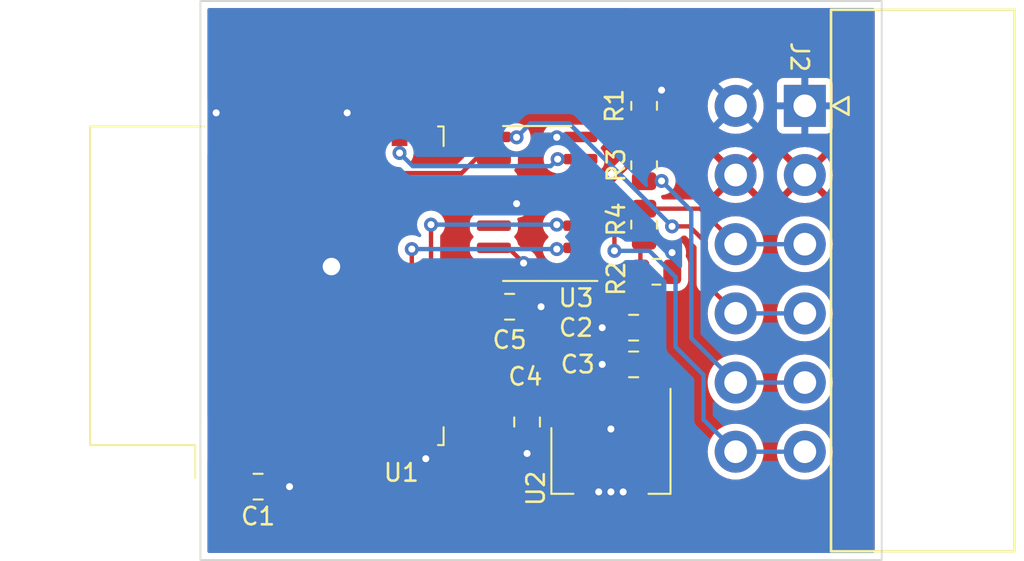
<source format=kicad_pcb>
(kicad_pcb (version 20211014) (generator pcbnew)

  (general
    (thickness 1.6)
  )

  (paper "A4")
  (layers
    (0 "F.Cu" signal)
    (31 "B.Cu" signal)
    (32 "B.Adhes" user "B.Adhesive")
    (33 "F.Adhes" user "F.Adhesive")
    (34 "B.Paste" user)
    (35 "F.Paste" user)
    (36 "B.SilkS" user "B.Silkscreen")
    (37 "F.SilkS" user "F.Silkscreen")
    (38 "B.Mask" user)
    (39 "F.Mask" user)
    (40 "Dwgs.User" user "User.Drawings")
    (41 "Cmts.User" user "User.Comments")
    (42 "Eco1.User" user "User.Eco1")
    (43 "Eco2.User" user "User.Eco2")
    (44 "Edge.Cuts" user)
    (45 "Margin" user)
    (46 "B.CrtYd" user "B.Courtyard")
    (47 "F.CrtYd" user "F.Courtyard")
    (48 "B.Fab" user)
    (49 "F.Fab" user)
    (50 "User.1" user)
    (51 "User.2" user)
    (52 "User.3" user)
    (53 "User.4" user)
    (54 "User.5" user)
    (55 "User.6" user)
    (56 "User.7" user)
    (57 "User.8" user)
    (58 "User.9" user)
  )

  (setup
    (stackup
      (layer "F.SilkS" (type "Top Silk Screen"))
      (layer "F.Paste" (type "Top Solder Paste"))
      (layer "F.Mask" (type "Top Solder Mask") (thickness 0.01))
      (layer "F.Cu" (type "copper") (thickness 0.035))
      (layer "dielectric 1" (type "core") (thickness 1.51) (material "FR4") (epsilon_r 4.5) (loss_tangent 0.02))
      (layer "B.Cu" (type "copper") (thickness 0.035))
      (layer "B.Mask" (type "Bottom Solder Mask") (thickness 0.01))
      (layer "B.Paste" (type "Bottom Solder Paste"))
      (layer "B.SilkS" (type "Bottom Silk Screen"))
      (copper_finish "None")
      (dielectric_constraints no)
    )
    (pad_to_mask_clearance 0)
    (pcbplotparams
      (layerselection 0x00010fc_ffffffff)
      (disableapertmacros false)
      (usegerberextensions false)
      (usegerberattributes true)
      (usegerberadvancedattributes true)
      (creategerberjobfile true)
      (svguseinch false)
      (svgprecision 6)
      (excludeedgelayer true)
      (plotframeref false)
      (viasonmask false)
      (mode 1)
      (useauxorigin false)
      (hpglpennumber 1)
      (hpglpenspeed 20)
      (hpglpendiameter 15.000000)
      (dxfpolygonmode true)
      (dxfimperialunits true)
      (dxfusepcbnewfont true)
      (psnegative false)
      (psa4output false)
      (plotreference true)
      (plotvalue true)
      (plotinvisibletext false)
      (sketchpadsonfab false)
      (subtractmaskfromsilk false)
      (outputformat 1)
      (mirror false)
      (drillshape 1)
      (scaleselection 1)
      (outputdirectory "")
    )
  )

  (net 0 "")
  (net 1 "GND")
  (net 2 "+3V3")
  (net 3 "+5V")
  (net 4 "/ESP_RTS")
  (net 5 "/CASS_SENSE")
  (net 6 "/CASS_MOTOR")
  (net 7 "unconnected-(U1-Pad3)")
  (net 8 "unconnected-(U1-Pad4)")
  (net 9 "/ESP_CTS")
  (net 10 "unconnected-(U1-Pad7)")
  (net 11 "unconnected-(U1-Pad8)")
  (net 12 "unconnected-(U1-Pad10)")
  (net 13 "/ESP_RXD")
  (net 14 "/ESP_TXD")
  (net 15 "unconnected-(U1-Pad14)")
  (net 16 "unconnected-(U1-Pad15)")
  (net 17 "unconnected-(U1-Pad16)")
  (net 18 "unconnected-(U1-Pad17)")
  (net 19 "/CASS_READ")
  (net 20 "/CASS_WRITE")
  (net 21 "Net-(R1-Pad2)")
  (net 22 "Net-(R2-Pad2)")
  (net 23 "unconnected-(U3-Pad10)")
  (net 24 "unconnected-(U3-Pad12)")

  (footprint "Capacitor_SMD:C_0805_2012Metric" (layer "F.Cu") (at 134.7 90.8))

  (footprint "Resistor_SMD:R_0805_2012Metric" (layer "F.Cu") (at 142.4 79.3 -90))

  (footprint "Package_TO_SOT_SMD:SOT-223-3_TabPin2" (layer "F.Cu") (at 140.5 99.6 -90))

  (footprint "Resistor_SMD:R_0805_2012Metric" (layer "F.Cu") (at 142.4 86.1 -90))

  (footprint "Capacitor_SMD:C_0805_2012Metric" (layer "F.Cu") (at 141.8 94.1 180))

  (footprint "onitake:Sullins_EBM06DRAN_2x06_P3.96mm_Female_Card_Edge_Right_Angle" (layer "F.Cu") (at 151.6 79.3 -90))

  (footprint "Capacitor_SMD:C_0805_2012Metric" (layer "F.Cu") (at 141.8 92 180))

  (footprint "Resistor_SMD:R_0805_2012Metric" (layer "F.Cu") (at 143.1 88.8 180))

  (footprint "Package_SO:SOIC-14_3.9x8.7mm_P1.27mm" (layer "F.Cu") (at 136.275 84.89 180))

  (footprint "Resistor_SMD:R_0805_2012Metric" (layer "F.Cu") (at 142.4 82.7 90))

  (footprint "Capacitor_SMD:C_0805_2012Metric" (layer "F.Cu") (at 120.3 101.1 180))

  (footprint "RF_Module:ESP-WROOM-02" (layer "F.Cu") (at 123.9 89.6 90))

  (footprint "Capacitor_SMD:C_0805_2012Metric" (layer "F.Cu") (at 135.7 97.4 -90))

  (gr_rect (start 117 73.3) (end 156 105.3) (layer "Edge.Cuts") (width 0.1) (fill none) (tstamp 75b2ab46-919c-4374-a922-4f718338e7e8))

  (segment (start 140.5 102.75) (end 140.5 101.4) (width 0.25) (layer "F.Cu") (net 1) (tstamp 03c287c8-cc29-40a9-b1ec-1e0edbb76206))
  (segment (start 133.8 87.43) (end 134.63 87.43) (width 0.25) (layer "F.Cu") (net 1) (tstamp 06e211f0-2985-46f3-9fc8-cbf0ef9a2b71))
  (segment (start 134.63 87.43) (end 135.5 88.3) (width 0.25) (layer "F.Cu") (net 1) (tstamp 14668d73-11c1-4c63-856b-67f8cf0b3009))
  (segment (start 141.2 102.05) (end 141.2 101.4) (width 0.25) (layer "F.Cu") (net 1) (tstamp 1afc86e9-e875-4970-994b-f8638352c0a5))
  (segment (start 117.9 80.85) (end 117.9 79.7) (width 0.25) (layer "F.Cu") (net 1) (tstamp 1dc607ba-1eef-4c47-a749-f2763627191f))
  (segment (start 138.75 81.08) (end 137.42 81.08) (width 0.25) (layer "F.Cu") (net 1) (tstamp 22bc836a-9b40-48a4-b1a9-ae49a484ef82))
  (segment (start 124.51 88.5) (end 124.5 88.5) (width 0.25) (layer "F.Cu") (net 1) (tstamp 2fc3efdb-6edc-498d-a6d2-49e95eb99837))
  (segment (start 140.85 92) (end 140 92) (width 0.25) (layer "F.Cu") (net 1) (tstamp 33c6e0cb-8250-40bc-93d6-e95e1cbef3d2))
  (segment (start 125.4 80.85) (end 125.4 79.7) (width 0.25) (layer "F.Cu") (net 1) (tstamp 3f32eb95-f1bf-4100-847a-4db62fbee13c))
  (segment (start 135.09 84.89) (end 135.1 84.9) (width 0.25) (layer "F.Cu") (net 1) (tstamp 49aebb9d-33d5-40e8-9969-987f546281a3))
  (segment (start 135.7 98.35) (end 135.7 99.2) (width 0.25) (layer "F.Cu") (net 1) (tstamp 4a7e91f5-feb2-4d21-8440-ef3feb521581))
  (segment (start 137.42 81.08) (end 137.4 81.1) (width 0.25) (layer "F.Cu") (net 1) (tstamp 74ab62bc-2105-45b6-a9fe-97bc0aab8af8))
  (segment (start 121.25 101.1) (end 122.1 101.1) (width 0.25) (layer "F.Cu") (net 1) (tstamp 908f6e3f-2056-420a-be39-ef162146f35e))
  (segment (start 129.9 98.35) (end 129.9 99.5) (width 0.25) (layer "F.Cu") (net 1) (tstamp 9219daf6-a93c-4f6e-b18e-8a57bdb5e4f4))
  (segment (start 144.0125 88.8) (end 144.0125 87.7125) (width 0.25) (layer "F.Cu") (net 1) (tstamp a7133f72-e945-43c4-862e-0ca5ec256a06))
  (segment (start 140.85 94.1) (end 140 94.1) (width 0.25) (layer "F.Cu") (net 1) (tstamp a793ba16-a175-42d4-83ca-534609d3f065))
  (segment (start 142.4 78.3875) (end 143.3875 78.3875) (width 0.25) (layer "F.Cu") (net 1) (tstamp a9afaf13-5dbe-4293-b19c-5385f5173b73))
  (segment (start 140.5 102.75) (end 139.8 102.05) (width 0.25) (layer "F.Cu") (net 1) (tstamp bc844eb3-f215-48d2-b7aa-bc77adfcd99f))
  (segment (start 140.5 102.75) (end 141.2 102.05) (width 0.25) (layer "F.Cu") (net 1) (tstamp c38b7339-b0d9-4156-9db6-5b050511676d))
  (segment (start 143.3875 78.3875) (end 143.4 78.4) (width 0.25) (layer "F.Cu") (net 1) (tstamp c3eefbcc-e04f-412f-ae43-0300585fc7d5))
  (segment (start 135.65 90.8) (end 136.5 90.8) (width 0.25) (layer "F.Cu") (net 1) (tstamp c5022f6a-fd90-441b-ad82-03c97b53f907))
  (segment (start 140.5 96.45) (end 140.5 97.8) (width 0.25) (layer "F.Cu") (net 1) (tstamp ec2c6b0a-de70-4869-97be-28b0fdf5c36f))
  (segment (start 133.8 84.89) (end 135.09 84.89) (width 0.25) (layer "F.Cu") (net 1) (tstamp ece6a301-51d3-4378-95a6-ee7091e7444d))
  (segment (start 139.8 102.05) (end 139.8 101.4) (width 0.25) (layer "F.Cu") (net 1) (tstamp ed14404b-788b-4685-ab91-53da9dc8c297))
  (segment (start 144.0125 87.7125) (end 144 87.7) (width 0.25) (layer "F.Cu") (net 1) (tstamp f0a06a4a-9016-4602-99ad-dad55617982e))
  (via (at 140.5 97.8) (size 0.8) (drill 0.4) (layers "F.Cu" "B.Cu") (net 1) (tstamp 07feacb6-8b91-4f23-9d94-540c55a57242))
  (via (at 140 92) (size 0.8) (drill 0.4) (layers "F.Cu" "B.Cu") (net 1) (tstamp 263e766c-365a-438c-9eba-2d591831cac0))
  (via (at 124.5 88.5) (size 1.4) (drill 1) (layers "F.Cu" "B.Cu") (net 1) (tstamp 3601e513-2844-4e21-9c3f-ea9fd71a79b8))
  (via (at 137.4 81.1) (size 0.8) (drill 0.4) (layers "F.Cu" "B.Cu") (net 1) (tstamp 4010c221-db27-4f89-baaa-453ee4adf85b))
  (via (at 125.4 79.7) (size 0.8) (drill 0.4) (layers "F.Cu" "B.Cu") (net 1) (tstamp 5297d4ca-7d6e-4e15-a746-66d8f9aa0db5))
  (via (at 135.7 99.2) (size 0.8) (drill 0.4) (layers "F.Cu" "B.Cu") (net 1) (tstamp 56b061d4-570f-4f3d-ba97-3a3ea2b2138c))
  (via (at 140 94.1) (size 0.8) (drill 0.4) (layers "F.Cu" "B.Cu") (net 1) (tstamp 64de57a0-53a5-4e0d-9233-46be35b31a97))
  (via (at 117.9 79.7) (size 0.8) (drill 0.4) (layers "F.Cu" "B.Cu") (net 1) (tstamp 653729e2-5eaa-4196-8232-7433966ad972))
  (via (at 144 87.7) (size 0.8) (drill 0.4) (layers "F.Cu" "B.Cu") (net 1) (tstamp 77213823-ad48-4ab3-9ee8-b8dd78176153))
  (via (at 135.1 84.9) (size 0.8) (drill 0.4) (layers "F.Cu" "B.Cu") (net 1) (tstamp 7ef8210a-a54c-4002-bfcf-d74659d4840a))
  (via (at 122.1 101.1) (size 0.8) (drill 0.4) (layers "F.Cu" "B.Cu") (net 1) (tstamp 7fcb5653-d3c7-4457-917a-3ba63ef6ce69))
  (via (at 136.5 90.8) (size 0.8) (drill 0.4) (layers "F.Cu" "B.Cu") (net 1) (tstamp 8134e02f-2f69-470a-aa11-7562cc0a827b))
  (via (at 129.9 99.5) (size 0.8) (drill 0.4) (layers "F.Cu" "B.Cu") (net 1) (tstamp 84b062d9-442b-4f85-9060-6cc1a0ddf5b9))
  (via (at 141.2 101.4) (size 0.8) (drill 0.4) (layers "F.Cu" "B.Cu") (net 1) (tstamp 9271fd7b-eaaf-43cd-95c5-451ec40eff2a))
  (via (at 139.8 101.4) (size 0.8) (drill 0.4) (layers "F.Cu" "B.Cu") (net 1) (tstamp 94ef1ab1-b5e1-49c9-b5d8-392394d2e2a6))
  (via (at 140.5 101.4) (size 0.8) (drill 0.4) (layers "F.Cu" "B.Cu") (net 1) (tstamp b7f8b06a-07be-45f1-960d-1848c903cf82))
  (via (at 135.5 88.3) (size 0.8) (drill 0.4) (layers "F.Cu" "B.Cu") (net 1) (tstamp ba16fc8e-f5fe-4854-a717-7e73f302d7f0))
  (via (at 143.4 78.4) (size 0.8) (drill 0.4) (layers "F.Cu" "B.Cu") (net 1) (tstamp bb269a8e-7888-4214-b827-f2fe41a8f57d))
  (segment (start 138.75 86.16) (end 137.46 86.16) (width 0.25) (layer "F.Cu") (net 4) (tstamp 0a370b5d-b715-44c7-a982-18ac627fb525))
  (segment (start 137.46 86.16) (end 137.4 86.1) (width 0.25) (layer "F.Cu") (net 4) (tstamp 16c9e1ca-989a-45d7-9f11-b60733caa931))
  (segment (start 125.4 97) (end 130.2 92.2) (width 0.25) (layer "F.Cu") (net 4) (tstamp 604a1b29-eaf6-46d6-bf64-a2b444adba29))
  (segment (start 130.2 86.1) (end 130.2 87.4) (width 0.25) (layer "F.Cu") (net 4) (tstamp 75674e79-0dff-4d60-a520-96532657d549))
  (segment (start 125.4 98.35) (end 125.4 97) (width 0.25) (layer "F.Cu") (net 4) (tstamp 929bf6e8-101a-4878-a9a9-9767e383d0ad))
  (segment (start 130.2 92.2) (end 130.2 89.1) (width 0.25) (layer "F.Cu") (net 4) (tstamp 9e38d59e-968b-4e3e-aaa4-844c536b1a87))
  (segment (start 130.2 89.1) (end 130.2 87.4) (width 0.25) (layer "F.Cu") (net 4) (tstamp a07eda81-793e-4e66-9421-7122fb2c3c5b))
  (via (at 137.4 86.1) (size 0.8) (drill 0.4) (layers "F.Cu" "B.Cu") (net 4) (tstamp 0a6d6b19-7df6-4b79-abe4-e5b1a6158692))
  (via (at 130.2 86.1) (size 0.8) (drill 0.4) (layers "F.Cu" "B.Cu") (net 4) (tstamp 18aeeb4a-d9dc-4042-86a2-808974e8d72d))
  (segment (start 130.9 86.1) (end 130.2 86.1) (width 0.25) (layer "B.Cu") (net 4) (tstamp 88bdb800-0ab0-443a-8264-33a93a159b0e))
  (segment (start 131.5 86.1) (end 137.4 86.1) (width 0.25) (layer "B.Cu") (net 4) (tstamp 98fcecf1-6145-4af9-9582-0d9ec5ff4824))
  (segment (start 131.5 86.1) (end 130.9 86.1) (width 0.25) (layer "B.Cu") (net 4) (tstamp 9d953871-fd1f-4aa9-863e-cfc5eea6faf0))
  (segment (start 138.75 84.89) (end 139.89 84.89) (width 0.25) (layer "F.Cu") (net 5) (tstamp 781c5bac-b788-415a-b975-c7236ed511b8))
  (segment (start 139.89 84.89) (end 140.7 85.7) (width 0.25) (layer "F.Cu") (net 5) (tstamp 8d35fd10-3b69-4ce2-bc40-160e57165624))
  (segment (start 140.7 85.7) (end 140.7 87.6) (width 0.25) (layer "F.Cu") (net 5) (tstamp e011c3a3-9b7b-41b4-b9be-6025683b64ca))
  (via (at 140.7 87.6) (size 0.8) (drill 0.4) (layers "F.Cu" "B.Cu") (net 5) (tstamp 6c14af57-ba3e-48f3-9efc-d392e9c21885))
  (segment (start 142.7 87.6) (end 144.2 89.1) (width 0.25) (layer "B.Cu") (net 5) (tstamp 0983af6a-2f90-4cd1-a35e-210fa9448b78))
  (segment (start 144.2 93.1) (end 145.8 94.7) (width 0.25) (layer "B.Cu") (net 5) (tstamp 0a917d02-f487-4e67-9e16-f3f8bc993c49))
  (segment (start 145.8 97.26) (end 147.64 99.1) (width 0.25) (layer "B.Cu") (net 5) (tstamp 1eeb03b2-32f3-46a5-8a06-e481b2386d18))
  (segment (start 147.64 99.1) (end 151.6 99.1) (width 0.25) (layer "B.Cu") (net 5) (tstamp 257ae70d-e61c-40d1-b9f3-07fff2b051f4))
  (segment (start 145.8 94.7) (end 145.8 97.26) (width 0.25) (layer "B.Cu") (net 5) (tstamp b6590f46-648c-4307-8f97-5f44a05a4c27))
  (segment (start 140.7 87.6) (end 142.7 87.6) (width 0.25) (layer "B.Cu") (net 5) (tstamp f0d8f2f7-7610-410b-8af1-aa428857d695))
  (segment (start 144.2 89.1) (end 144.2 93.1) (width 0.25) (layer "B.Cu") (net 5) (tstamp f0dd706b-d574-44a2-abcd-174c068bf046))
  (segment (start 145.6075 85.1875) (end 147.64 87.22) (width 0.25) (layer "F.Cu") (net 6) (tstamp f723380b-ddfe-42ae-b30f-244786656a0b))
  (segment (start 142.4 85.1875) (end 145.6075 85.1875) (width 0.25) (layer "F.Cu") (net 6) (tstamp fba22273-8cda-4d92-b1cb-6a0de1b2e747))
  (segment (start 147.64 87.22) (end 151.6 87.22) (width 0.25) (layer "B.Cu") (net 6) (tstamp fb25bcfa-e715-450a-a4d4-e8d5504a2cee))
  (segment (start 137.47 87.43) (end 137.4 87.5) (width 0.25) (layer "F.Cu") (net 9) (tstamp 1f67db52-5d0f-45eb-83ff-1fdd22c79fb2))
  (segment (start 138.75 87.43) (end 137.47 87.43) (width 0.25) (layer "F.Cu") (net 9) (tstamp 4b32620a-34e5-4d09-b4e2-dbaf729e96cd))
  (segment (start 129.1 92) (end 123.9 97.2) (width 0.25) (layer "F.Cu") (net 9) (tstamp 6c0dfe7e-bea0-47b6-85b3-37553a8e21f5))
  (segment (start 129.1 87.5) (end 129.1 89.1) (width 0.25) (layer "F.Cu") (net 9) (tstamp 988a01f9-4c82-47f5-a1dc-83729c5e6756))
  (segment (start 129.1 89.1) (end 129.1 92) (width 0.25) (layer "F.Cu") (net 9) (tstamp a3797fd1-2b99-4f66-832c-3e1890f677fa))
  (segment (start 123.9 97.2) (end 123.9 98.35) (width 0.25) (layer "F.Cu") (net 9) (tstamp d14fc760-4349-447f-872f-acf2a6a6689c))
  (via (at 129.1 87.5) (size 0.8) (drill 0.4) (layers "F.Cu" "B.Cu") (net 9) (tstamp 0a7245a6-362c-4dfd-880b-fadef733c67e))
  (via (at 137.4 87.5) (size 0.8) (drill 0.4) (layers "F.Cu" "B.Cu") (net 9) (tstamp 5b547338-b347-4c4a-bd23-d30713eeec2e))
  (segment (start 137.4 87.5) (end 131.4 87.5) (width 0.25) (layer "B.Cu") (net 9) (tstamp 219af0df-b907-43c6-aab9-2cc9f1ada0fd))
  (segment (start 131.4 87.5) (end 130.7 87.5) (width 0.25) (layer "B.Cu") (net 9) (tstamp 6862f7d2-8876-4e3b-bbed-8a0686487d7e))
  (segment (start 130.7 87.5) (end 129.1 87.5) (width 0.25) (layer "B.Cu") (net 9) (tstamp ed11695a-ba9b-47d0-812a-2bf7ee2e365c))
  (segment (start 138.75 82.35) (end 137.45 82.35) (width 0.25) (layer "F.Cu") (net 13) (tstamp a2490a86-ec18-45dc-90ad-f0f857b87a7d))
  (segment (start 128.4 80.85) (end 128.4 82) (width 0.25) (layer "F.Cu") (net 13) (tstamp ba9cd0ef-8ffb-4426-a7eb-356628a4546f))
  (via (at 128.4 82) (size 0.8) (drill 0.4) (layers "F.Cu" "B.Cu") (net 13) (tstamp 14f16cc3-2bfb-42b1-a8bc-afeea91301c1))
  (via (at 137.45 82.35) (size 0.8) (drill 0.4) (layers "F.Cu" "B.Cu") (net 13) (tstamp bd727390-2db0-4d9d-8372-f0d349adca7f))
  (segment (start 129.15 82.75) (end 137.05 82.75) (width 0.25) (layer "B.Cu") (net 13) (tstamp 3c1aa994-4b06-4a00-bca1-339cab3594be))
  (segment (start 128.4 82) (end 129.15 82.75) (width 0.25) (layer "B.Cu") (net 13) (tstamp 50ede40c-c0ef-4744-bb3d-dc5e0f15b517))
  (segment (start 137.05 82.75) (end 137.45 82.35) (width 0.25) (layer "B.Cu") (net 13) (tstamp 5fa796a2-eec8-4fc9-b78b-b0ff480ee933))
  (segment (start 127.85 83.15) (end 126.9 82.2) (width 0.25) (layer "F.Cu") (net 14) (tstamp 0961050f-2adb-4406-a1bc-c9287615e3df))
  (segment (start 133.8 82.35) (end 132.75 82.35) (width 0.25) (layer "F.Cu") (net 14) (tstamp f0ed2739-1fd3-434e-ba26-571e3d11ebda))
  (segment (start 131.95 83.15) (end 127.85 83.15) (width 0.25) (layer "F.Cu") (net 14) (tstamp f2813b7d-eceb-4c74-9a12-9673533399ca))
  (segment (start 126.9 82.2) (end 126.9 80.85) (width 0.25) (layer "F.Cu") (net 14) (tstamp f702242a-02ee-4bf1-8f72-89d971e92e77))
  (segment (start 132.75 82.35) (end 131.95 83.15) (width 0.25) (layer "F.Cu") (net 14) (tstamp fe0096cf-0a5e-4228-83c0-fe503ec29ce2))
  (segment (start 144 86.2) (end 145 86.2) (width 0.25) (layer "F.Cu") (net 19) (tstamp 05cb9218-ed72-4063-9192-d33f974dfed8))
  (segment (start 145.93 87.13) (end 145.93 89.47) (width 0.25) (layer "F.Cu") (net 19) (tstamp 5c29928a-0c4e-4f8c-abd0-0e01782db4f5))
  (segment (start 133.8 81.08) (end 135.08 81.08) (width 0.25) (layer "F.Cu") (net 19) (tstamp 78afe8ea-9f79-48f4-9a20-082d056a5087))
  (segment (start 145 86.2) (end 145.93 87.13) (width 0.25) (layer "F.Cu") (net 19) (tstamp 87a98429-d0e1-436e-a916-c8abe2b5d728))
  (segment (start 147.64 91.18) (end 145.93 89.47) (width 0.25) (layer "F.Cu") (net 19) (tstamp a5fb393a-7bd4-4243-814d-36a1e3da9d73))
  (segment (start 135.08 81.08) (end 135.1 81.1) (width 0.25) (layer "F.Cu") (net 19) (tstamp f3ceb4de-6453-4561-ae55-2472a206ccc3))
  (via (at 144 86.2) (size 0.8) (drill 0.4) (layers "F.Cu" "B.Cu") (net 19) (tstamp 4dc9d788-4b4a-4604-a520-536e5febce24))
  (via (at 135.1 81.1) (size 0.8) (drill 0.4) (layers "F.Cu" "B.Cu") (net 19) (tstamp b6177645-30c7-44ac-819d-e3c0bdb69dae))
  (segment (start 135.9 80.3) (end 138.1 80.3) (width 0.25) (layer "B.Cu") (net 19) (tstamp 8310f709-0ca4-47e3-b902-ca1dc846c1cc))
  (segment (start 138.1 80.3) (end 144 86.2) (width 0.25) (layer "B.Cu") (net 19) (tstamp 90b9a2d9-537e-47c8-a782-125c3431be10))
  (segment (start 147.64 91.18) (end 151.6 91.18) (width 0.25) (layer "B.Cu") (net 19) (tstamp 93975c5d-2c07-4188-b918-a5bf934b4bbe))
  (segment (start 135.1 81.1) (end 135.9 80.3) (width 0.25) (layer "B.Cu") (net 19) (tstamp ac61606a-bb3b-4ad3-9494-fc0acbc16abb))
  (segment (start 143.3875 83.6125) (end 143.4 83.6) (width 0.25) (layer "F.Cu") (net 20) (tstamp 51a959aa-1487-4cc6-9ab7-f7cea54a3c97))
  (segment (start 142.4 83.6125) (end 143.3875 83.6125) (width 0.25) (layer "F.Cu") (net 20) (tstamp e351ac85-5333-4f7c-ae6a-bf4980552b15))
  (via (at 143.4 83.6) (size 0.8) (drill 0.4) (layers "F.Cu" "B.Cu") (net 20) (tstamp 248052b7-1392-4aae-9f4f-1d4d05f34056))
  (segment (start 145.1 92.6) (end 145.1 85.3) (width 0.25) (layer "B.Cu") (net 20) (tstamp 09b6b115-95e0-4ea7-a613-b012cc39ca87))
  (segment (start 147.64 95.14) (end 145.1 92.6) (width 0.25) (layer "B.Cu") (net 20) (tstamp 812e17f5-a872-4c69-9910-4ef8a7dc8694))
  (segment (start 147.64 95.14) (end 151.6 95.14) (width 0.25) (layer "B.Cu") (net 20) (tstamp 9a39a1e4-11b6-4130-9133-b5d667f0de37))
  (segment (start 145.1 85.3) (end 143.4 83.6) (width 0.25) (layer "B.Cu") (net 20) (tstamp a8e7dce3-7e1e-4428-9ae5-49834f8a97bd))
  (segment (start 142.4 81.7875) (end 142.4 80.2125) (width 0.25) (layer "F.Cu") (net 21) (tstamp 54970f99-53f2-4d0a-bb91-8a1b369e177c))
  (segment (start 138.75 83.62) (end 140.5675 83.62) (width 0.25) (layer "F.Cu") (net 21) (tstamp a36a01c6-765b-4084-acc3-aefbc36d4eff))
  (segment (start 140.5675 83.62) (end 142.4 81.7875) (width 0.25) (layer "F.Cu") (net 21) (tstamp a8fc7bd2-6c7a-4bd4-b1fa-f84fe785d7f4))
  (segment (start 142.1875 87.225) (end 142.4 87.0125) (width 0.25) (layer "F.Cu") (net 22) (tstamp 01661ee5-50fc-4e28-9cd0-3dc7581a622a))
  (segment (start 138.75 88.7) (end 142.0875 88.7) (width 0.25) (layer "F.Cu") (net 22) (tstamp 84cf9ac7-08aa-45ac-93f2-a671da3eb6cd))
  (segment (start 142.1875 88.8) (end 142.1875 87.225) (width 0.25) (layer "F.Cu") (net 22) (tstamp f069d1c1-e798-48c9-b8bf-f22fb280839a))
  (segment (start 142.0875 88.7) (end 142.1875 88.8) (width 0.25) (layer "F.Cu") (net 22) (tstamp f83efebc-77c7-49ca-a766-31022b449055))

  (zone (net 3) (net_name "+5V") (layer "F.Cu") (tstamp 2a8d29a5-fccd-4a19-ac40-ad08f5d6e573) (hatch edge 0.508)
    (priority 1)
    (connect_pads (clearance 0.4))
    (min_thickness 0.2) (filled_areas_thickness no)
    (fill yes (thermal_gap 0.4) (thermal_bridge_width 0.4))
    (polygon
      (pts
        (xy 156 105.3)
        (xy 142 105.3)
        (xy 142 94.5)
        (xy 142 90.4)
        (xy 142 73.3)
        (xy 156 73.3)
      )
    )
    (filled_polygon
      (layer "F.Cu")
      (pts
        (xy 155.558691 73.719407)
        (xy 155.594655 73.768907)
        (xy 155.5995 73.7995)
        (xy 155.5995 104.8005)
        (xy 155.580593 104.858691)
        (xy 155.531093 104.894655)
        (xy 155.5005 104.8995)
        (xy 142.099 104.8995)
        (xy 142.040809 104.880593)
        (xy 142.004845 104.831093)
        (xy 142 104.8005)
        (xy 142 104.5045)
        (xy 142.018907 104.446309)
        (xy 142.068407 104.410345)
        (xy 142.099 104.4055)
        (xy 142.501 104.4055)
        (xy 142.542838 104.402208)
        (xy 142.562497 104.400661)
        (xy 142.562498 104.400661)
        (xy 142.564428 104.400509)
        (xy 142.577318 104.398468)
        (xy 142.59311 104.395967)
        (xy 142.593119 104.395965)
        (xy 142.595021 104.395664)
        (xy 142.625352 104.388382)
        (xy 142.651224 104.382171)
        (xy 142.651226 104.38217)
        (xy 142.6569 104.380808)
        (xy 142.769941 104.323211)
        (xy 142.819441 104.287247)
        (xy 142.909151 104.197536)
        (xy 142.966747 104.084495)
        (xy 142.985654 104.026304)
        (xy 143.0055 103.901)
        (xy 143.0055 101.541008)
        (xy 143.00425 101.509189)
        (xy 143.003031 101.493702)
        (xy 142.999289 101.462091)
        (xy 142.985339 101.419154)
        (xy 142.961289 101.345135)
        (xy 142.960086 101.341432)
        (xy 142.932309 101.286915)
        (xy 142.930019 101.283763)
        (xy 142.860023 101.187419)
        (xy 142.860019 101.187414)
        (xy 142.857736 101.184272)
        (xy 142.234496 100.561032)
        (xy 142.206719 100.506515)
        (xy 142.2055 100.491028)
        (xy 142.2055 99.1)
        (xy 146.034551 99.1)
        (xy 146.054317 99.351148)
        (xy 146.113127 99.596111)
        (xy 146.209534 99.828859)
        (xy 146.341164 100.043659)
        (xy 146.504776 100.235224)
        (xy 146.696341 100.398836)
        (xy 146.911141 100.530466)
        (xy 146.984934 100.561032)
        (xy 147.140298 100.625386)
        (xy 147.140303 100.625388)
        (xy 147.143889 100.626873)
        (xy 147.147663 100.627779)
        (xy 147.147666 100.62778)
        (xy 147.385078 100.684777)
        (xy 147.388852 100.685683)
        (xy 147.392717 100.685987)
        (xy 147.392722 100.685988)
        (xy 147.636125 100.705144)
        (xy 147.64 100.705449)
        (xy 147.643875 100.705144)
        (xy 147.887278 100.685988)
        (xy 147.887283 100.685987)
        (xy 147.891148 100.685683)
        (xy 147.894922 100.684777)
        (xy 148.132334 100.62778)
        (xy 148.132337 100.627779)
        (xy 148.136111 100.626873)
        (xy 148.139697 100.625388)
        (xy 148.139702 100.625386)
        (xy 148.295066 100.561032)
        (xy 148.368859 100.530466)
        (xy 148.583659 100.398836)
        (xy 148.775224 100.235224)
        (xy 148.938836 100.043659)
        (xy 149.070466 99.828859)
        (xy 149.166873 99.596111)
        (xy 149.225683 99.351148)
        (xy 149.245449 99.1)
        (xy 149.994551 99.1)
        (xy 150.014317 99.351148)
        (xy 150.073127 99.596111)
        (xy 150.169534 99.828859)
        (xy 150.301164 100.043659)
        (xy 150.464776 100.235224)
        (xy 150.656341 100.398836)
        (xy 150.871141 100.530466)
        (xy 150.944934 100.561032)
        (xy 151.100298 100.625386)
        (xy 151.100303 100.625388)
        (xy 151.103889 100.626873)
        (xy 151.107663 100.627779)
        (xy 151.107666 100.62778)
        (xy 151.345078 100.684777)
        (xy 151.348852 100.685683)
        (xy 151.352717 100.685987)
        (xy 151.352722 100.685988)
        (xy 151.596125 100.705144)
        (xy 151.6 100.705449)
        (xy 151.603875 100.705144)
        (xy 151.847278 100.685988)
        (xy 151.847283 100.685987)
        (xy 151.851148 100.685683)
        (xy 151.854922 100.684777)
        (xy 152.092334 100.62778)
        (xy 152.092337 100.627779)
        (xy 152.096111 100.626873)
        (xy 152.099697 100.625388)
        (xy 152.099702 100.625386)
        (xy 152.255066 100.561032)
        (xy 152.328859 100.530466)
        (xy 152.543659 100.398836)
        (xy 152.735224 100.235224)
        (xy 152.898836 100.043659)
        (xy 153.030466 99.828859)
        (xy 153.126873 99.596111)
        (xy 153.185683 99.351148)
        (xy 153.205449 99.1)
        (xy 153.185683 98.848852)
        (xy 153.126873 98.603889)
        (xy 153.030466 98.371141)
        (xy 152.898836 98.156341)
        (xy 152.735224 97.964776)
        (xy 152.579327 97.831627)
        (xy 152.546619 97.803692)
        (xy 152.546618 97.803692)
        (xy 152.543659 97.801164)
        (xy 152.328859 97.669534)
        (xy 152.240185 97.632804)
        (xy 152.099702 97.574614)
        (xy 152.099697 97.574612)
        (xy 152.096111 97.573127)
        (xy 152.092337 97.572221)
        (xy 152.092334 97.57222)
        (xy 151.854922 97.515223)
        (xy 151.854921 97.515223)
        (xy 151.851148 97.514317)
        (xy 151.847283 97.514013)
        (xy 151.847278 97.514012)
        (xy 151.603875 97.494856)
        (xy 151.6 97.494551)
        (xy 151.596125 97.494856)
        (xy 151.352722 97.514012)
        (xy 151.352717 97.514013)
        (xy 151.348852 97.514317)
        (xy 151.345079 97.515223)
        (xy 151.345078 97.515223)
        (xy 151.107666 97.57222)
        (xy 151.107663 97.572221)
        (xy 151.103889 97.573127)
        (xy 151.100303 97.574612)
        (xy 151.100298 97.574614)
        (xy 150.959815 97.632804)
        (xy 150.871141 97.669534)
        (xy 150.656341 97.801164)
        (xy 150.653382 97.803692)
        (xy 150.653381 97.803692)
        (xy 150.620673 97.831627)
        (xy 150.464776 97.964776)
        (xy 150.301164 98.156341)
        (xy 150.169534 98.371141)
        (xy 150.073127 98.603889)
        (xy 150.014317 98.848852)
        (xy 149.994551 99.1)
        (xy 149.245449 99.1)
        (xy 149.225683 98.848852)
        (xy 149.166873 98.603889)
        (xy 149.070466 98.371141)
        (xy 148.938836 98.156341)
        (xy 148.775224 97.964776)
        (xy 148.619327 97.831627)
        (xy 148.586619 97.803692)
        (xy 148.586618 97.803692)
        (xy 148.583659 97.801164)
        (xy 148.368859 97.669534)
        (xy 148.280185 97.632804)
        (xy 148.139702 97.574614)
        (xy 148.139697 97.574612)
        (xy 148.136111 97.573127)
        (xy 148.132337 97.572221)
        (xy 148.132334 97.57222)
        (xy 147.894922 97.515223)
        (xy 147.894921 97.515223)
        (xy 147.891148 97.514317)
        (xy 147.887283 97.514013)
        (xy 147.887278 97.514012)
        (xy 147.643875 97.494856)
        (xy 147.64 97.494551)
        (xy 147.636125 97.494856)
        (xy 147.392722 97.514012)
        (xy 147.392717 97.514013)
        (xy 147.388852 97.514317)
        (xy 147.385079 97.515223)
        (xy 147.385078 97.515223)
        (xy 147.147666 97.57222)
        (xy 147.147663 97.572221)
        (xy 147.143889 97.573127)
        (xy 147.140303 97.574612)
        (xy 147.140298 97.574614)
        (xy 146.999815 97.632804)
        (xy 146.911141 97.669534)
        (xy 146.696341 97.801164)
        (xy 146.693382 97.803692)
        (xy 146.693381 97.803692)
        (xy 146.660673 97.831627)
        (xy 146.504776 97.964776)
        (xy 146.341164 98.156341)
        (xy 146.209534 98.371141)
        (xy 146.113127 98.603889)
        (xy 146.054317 98.848852)
        (xy 146.034551 99.1)
        (xy 142.2055 99.1)
        (xy 142.2055 97.949)
        (xy 142.224407 97.890809)
        (xy 142.273907 97.854845)
        (xy 142.3045 97.85)
        (xy 142.58432 97.85)
        (xy 142.597005 97.845878)
        (xy 142.6 97.841757)
        (xy 142.6 97.834319)
        (xy 143 97.834319)
        (xy 143.004122 97.847004)
        (xy 143.008243 97.849999)
        (xy 143.577585 97.849999)
        (xy 143.585329 97.849389)
        (xy 143.667449 97.836384)
        (xy 143.682091 97.831627)
        (xy 143.781106 97.781177)
        (xy 143.793551 97.772135)
        (xy 143.872135 97.693551)
        (xy 143.881177 97.681106)
        (xy 143.931629 97.582088)
        (xy 143.936384 97.567453)
        (xy 143.949391 97.485327)
        (xy 143.95 97.477588)
        (xy 143.95 96.66568)
        (xy 143.945878 96.652995)
        (xy 143.941757 96.65)
        (xy 143.01568 96.65)
        (xy 143.002995 96.654122)
        (xy 143 96.658243)
        (xy 143 97.834319)
        (xy 142.6 97.834319)
        (xy 142.6 95.28068)
        (xy 142.595878 95.267994)
        (xy 142.59081 95.264312)
        (xy 142.554846 95.214812)
        (xy 142.55 95.184219)
        (xy 142.55 94.99432)
        (xy 142.95 94.99432)
        (xy 142.954122 95.007006)
        (xy 142.95919 95.010688)
        (xy 142.995154 95.060188)
        (xy 143 95.090781)
        (xy 143 96.23432)
        (xy 143.004122 96.247005)
        (xy 143.008243 96.25)
        (xy 143.934319 96.25)
        (xy 143.947004 96.245878)
        (xy 143.949999 96.241757)
        (xy 143.949999 95.422415)
        (xy 143.949389 95.414671)
        (xy 143.936384 95.332551)
        (xy 143.931627 95.317909)
        (xy 143.881177 95.218894)
        (xy 143.872135 95.206449)
        (xy 143.805686 95.14)
        (xy 146.034551 95.14)
        (xy 146.034856 95.143875)
        (xy 146.044335 95.264312)
        (xy 146.054317 95.391148)
        (xy 146.113127 95.636111)
        (xy 146.209534 95.868859)
        (xy 146.341164 96.083659)
        (xy 146.504776 96.275224)
        (xy 146.696341 96.438836)
        (xy 146.911141 96.570466)
        (xy 146.999815 96.607196)
        (xy 147.140298 96.665386)
        (xy 147.140303 96.665388)
        (xy 147.143889 96.666873)
        (xy 147.147663 96.667779)
        (xy 147.147666 96.66778)
        (xy 147.385078 96.724777)
        (xy 147.388852 96.725683)
        (xy 147.392717 96.725987)
        (xy 147.392722 96.725988)
        (xy 147.636125 96.745144)
        (xy 147.64 96.745449)
        (xy 147.643875 96.745144)
        (xy 147.887278 96.725988)
        (xy 147.887283 96.725987)
        (xy 147.891148 96.725683)
        (xy 147.894922 96.724777)
        (xy 148.132334 96.66778)
        (xy 148.132337 96.667779)
        (xy 148.136111 96.666873)
        (xy 148.139697 96.665388)
        (xy 148.139702 96.665386)
        (xy 148.280185 96.607196)
        (xy 148.368859 96.570466)
        (xy 148.583659 96.438836)
        (xy 148.775224 96.275224)
        (xy 148.938836 96.083659)
        (xy 149.070466 95.868859)
        (xy 149.166873 95.636111)
        (xy 149.225683 95.391148)
        (xy 149.235666 95.264312)
        (xy 149.245144 95.143875)
        (xy 149.245449 95.14)
        (xy 149.994551 95.14)
        (xy 149.994856 95.143875)
        (xy 150.004335 95.264312)
        (xy 150.014317 95.391148)
        (xy 150.073127 95.636111)
        (xy 150.169534 95.868859)
        (xy 150.301164 96.083659)
        (xy 150.464776 96.275224)
        (xy 150.656341 96.438836)
        (xy 150.871141 96.570466)
        (xy 150.959815 96.607196)
        (xy 151.100298 96.665386)
        (xy 151.100303 96.665388)
        (xy 151.103889 96.666873)
        (xy 151.107663 96.667779)
        (xy 151.107666 96.66778)
        (xy 151.345078 96.724777)
        (xy 151.348852 96.725683)
        (xy 151.352717 96.725987)
        (xy 151.352722 96.725988)
        (xy 151.596125 96.745144)
        (xy 151.6 96.745449)
        (xy 151.603875 96.745144)
        (xy 151.847278 96.725988)
        (xy 151.847283 96.725987)
        (xy 151.851148 96.725683)
        (xy 151.854922 96.724777)
        (xy 152.092334 96.66778)
        (xy 152.092337 96.667779)
        (xy 152.096111 96.666873)
        (xy 152.099697 96.665388)
        (xy 152.099702 96.665386)
        (xy 152.240185 96.607196)
        (xy 152.328859 96.570466)
        (xy 152.543659 96.438836)
        (xy 152.735224 96.275224)
        (xy 152.898836 96.083659)
        (xy 153.030466 95.868859)
        (xy 153.126873 95.636111)
        (xy 153.185683 95.391148)
        (xy 153.195666 95.264312)
        (xy 153.205144 95.143875)
        (xy 153.205449 95.14)
        (xy 153.198937 95.057259)
        (xy 153.185988 94.892722)
        (xy 153.185987 94.892717)
        (xy 153.185683 94.888852)
        (xy 153.163031 94.7945)
        (xy 153.12778 94.647666)
        (xy 153.127779 94.647663)
        (xy 153.126873 94.643889)
        (xy 153.124721 94.638692)
        (xy 153.031954 94.414734)
        (xy 153.030466 94.411141)
        (xy 152.898836 94.196341)
        (xy 152.735224 94.004776)
        (xy 152.543659 93.841164)
        (xy 152.328859 93.709534)
        (xy 152.240185 93.672804)
        (xy 152.099702 93.614614)
        (xy 152.099697 93.614612)
        (xy 152.096111 93.613127)
        (xy 152.092337 93.612221)
        (xy 152.092334 93.61222)
        (xy 151.854922 93.555223)
        (xy 151.854921 93.555223)
        (xy 151.851148 93.554317)
        (xy 151.847283 93.554013)
        (xy 151.847278 93.554012)
        (xy 151.603875 93.534856)
        (xy 151.6 93.534551)
        (xy 151.596125 93.534856)
        (xy 151.352722 93.554012)
        (xy 151.352717 93.554013)
        (xy 151.348852 93.554317)
        (xy 151.345079 93.555223)
        (xy 151.345078 93.555223)
        (xy 151.107666 93.61222)
        (xy 151.107663 93.612221)
        (xy 151.103889 93.613127)
        (xy 151.100303 93.614612)
        (xy 151.100298 93.614614)
        (xy 150.959815 93.672804)
        (xy 150.871141 93.709534)
        (xy 150.656341 93.841164)
        (xy 150.464776 94.004776)
        (xy 150.301164 94.196341)
        (xy 150.169534 94.411141)
        (xy 150.168046 94.414734)
        (xy 150.07528 94.638692)
        (xy 150.073127 94.643889)
        (xy 150.072221 94.647663)
        (xy 150.07222 94.647666)
        (xy 150.036969 94.7945)
        (xy 150.014317 94.888852)
        (xy 150.014013 94.892717)
        (xy 150.014012 94.892722)
        (xy 150.001063 95.057259)
        (xy 149.994551 95.14)
        (xy 149.245449 95.14)
        (xy 149.238937 95.057259)
        (xy 149.225988 94.892722)
        (xy 149.225987 94.892717)
        (xy 149.225683 94.888852)
        (xy 149.203031 94.7945)
        (xy 149.16778 94.647666)
        (xy 149.167779 94.647663)
        (xy 149.166873 94.643889)
        (xy 149.164721 94.638692)
        (xy 149.071954 94.414734)
        (xy 149.070466 94.411141)
        (xy 148.938836 94.196341)
        (xy 148.775224 94.004776)
        (xy 148.583659 93.841164)
        (xy 148.368859 93.709534)
        (xy 148.280185 93.672804)
        (xy 148.139702 93.614614)
        (xy 148.139697 93.614612)
        (xy 148.136111 93.613127)
        (xy 148.132337 93.612221)
        (xy 148.132334 93.61222)
        (xy 147.894922 93.555223)
        (xy 147.894921 93.555223)
        (xy 147.891148 93.554317)
        (xy 147.887283 93.554013)
        (xy 147.887278 93.554012)
        (xy 147.643875 93.534856)
        (xy 147.64 93.534551)
        (xy 147.636125 93.534856)
        (xy 147.392722 93.554012)
        (xy 147.392717 93.554013)
        (xy 147.388852 93.554317)
        (xy 147.385079 93.555223)
        (xy 147.385078 93.555223)
        (xy 147.147666 93.61222)
        (xy 147.147663 93.612221)
        (xy 147.143889 93.613127)
        (xy 147.140303 93.614612)
        (xy 147.140298 93.614614)
        (xy 146.999815 93.672804)
        (xy 146.911141 93.709534)
        (xy 146.696341 93.841164)
        (xy 146.504776 94.004776)
        (xy 146.341164 94.196341)
        (xy 146.209534 94.411141)
        (xy 146.208046 94.414734)
        (xy 146.11528 94.638692)
        (xy 146.113127 94.643889)
        (xy 146.112221 94.647663)
        (xy 146.11222 94.647666)
        (xy 146.076969 94.7945)
        (xy 146.054317 94.888852)
        (xy 146.054013 94.892717)
        (xy 146.054012 94.892722)
        (xy 146.041063 95.057259)
        (xy 146.034551 95.14)
        (xy 143.805686 95.14)
        (xy 143.793551 95.127865)
        (xy 143.781106 95.118823)
        (xy 143.682088 95.068371)
        (xy 143.667452 95.063616)
        (xy 143.627314 95.057259)
        (xy 143.572797 95.029482)
        (xy 143.545019 94.974966)
        (xy 143.55459 94.914534)
        (xy 143.557586 94.909083)
        (xy 143.598113 94.840555)
        (xy 143.60302 94.829216)
        (xy 143.645689 94.682349)
        (xy 143.647497 94.672449)
        (xy 143.649847 94.642584)
        (xy 143.65 94.638692)
        (xy 143.65 94.31568)
        (xy 143.645878 94.302995)
        (xy 143.641757 94.3)
        (xy 142.96568 94.3)
        (xy 142.952995 94.304122)
        (xy 142.95 94.308243)
        (xy 142.95 94.99432)
        (xy 142.55 94.99432)
        (xy 142.55 93.88432)
        (xy 142.95 93.88432)
        (xy 142.954122 93.897005)
        (xy 142.958243 93.9)
        (xy 143.63432 93.9)
        (xy 143.647005 93.895878)
        (xy 143.65 93.891757)
        (xy 143.65 93.561308)
        (xy 143.649847 93.557416)
        (xy 143.647497 93.527551)
        (xy 143.645689 93.517651)
        (xy 143.60302 93.370784)
        (xy 143.59811 93.359439)
        (xy 143.520856 93.228809)
        (xy 143.513279 93.21904)
        (xy 143.414243 93.120004)
        (xy 143.386466 93.065487)
        (xy 143.396037 93.005055)
        (xy 143.414243 92.979996)
        (xy 143.513279 92.88096)
        (xy 143.520856 92.871191)
        (xy 143.59811 92.740561)
        (xy 143.60302 92.729216)
        (xy 143.645689 92.582349)
        (xy 143.647497 92.572449)
        (xy 143.649847 92.542584)
        (xy 143.65 92.538692)
        (xy 143.65 92.21568)
        (xy 143.645878 92.202995)
        (xy 143.641757 92.2)
        (xy 142.96568 92.2)
        (xy 142.952995 92.204122)
        (xy 142.95 92.208243)
        (xy 142.95 93.88432)
        (xy 142.55 93.88432)
        (xy 142.55 91.78432)
        (xy 142.95 91.78432)
        (xy 142.954122 91.797005)
        (xy 142.958243 91.8)
        (xy 143.63432 91.8)
        (xy 143.647005 91.795878)
        (xy 143.65 91.791757)
        (xy 143.65 91.461308)
        (xy 143.649847 91.457416)
        (xy 143.647497 91.427551)
        (xy 143.645689 91.417651)
        (xy 143.60302 91.270784)
        (xy 143.59811 91.259439)
        (xy 143.520856 91.128809)
        (xy 143.513279 91.11904)
        (xy 143.40596 91.011721)
        (xy 143.396191 91.004144)
        (xy 143.265561 90.92689)
        (xy 143.254216 90.92198)
        (xy 143.107349 90.879311)
        (xy 143.097449 90.877503)
        (xy 143.067584 90.875153)
        (xy 143.063692 90.875)
        (xy 142.96568 90.875)
        (xy 142.952995 90.879122)
        (xy 142.95 90.883243)
        (xy 142.95 91.78432)
        (xy 142.55 91.78432)
        (xy 142.55 90.89068)
        (xy 142.545878 90.877995)
        (xy 142.541757 90.875)
        (xy 142.436308 90.875)
        (xy 142.432416 90.875153)
        (xy 142.402551 90.877503)
        (xy 142.392651 90.879311)
        (xy 142.245784 90.92198)
        (xy 142.234439 90.92689)
        (xy 142.149395 90.977185)
        (xy 142.089684 90.990533)
        (xy 142.03353 90.966233)
        (xy 142.002384 90.913569)
        (xy 142 90.891972)
        (xy 142 89.9995)
        (xy 142.018907 89.941309)
        (xy 142.068407 89.905345)
        (xy 142.099 89.9005)
        (xy 142.515694 89.9005)
        (xy 142.531161 89.899283)
        (xy 142.547527 89.897995)
        (xy 142.547529 89.897995)
        (xy 142.552569 89.897598)
        (xy 142.557423 89.896188)
        (xy 142.557427 89.896187)
        (xy 142.704413 89.853483)
        (xy 142.704414 89.853482)
        (xy 142.710398 89.851744)
        (xy 142.828803 89.78172)
        (xy 142.846507 89.77125)
        (xy 142.846509 89.771249)
        (xy 142.851865 89.768081)
        (xy 142.968081 89.651865)
        (xy 142.977661 89.635667)
        (xy 143.014786 89.572891)
        (xy 143.060682 89.532428)
        (xy 143.121596 89.52667)
        (xy 143.174261 89.557816)
        (xy 143.185214 89.572891)
        (xy 143.22234 89.635667)
        (xy 143.231919 89.651865)
        (xy 143.348135 89.768081)
        (xy 143.353491 89.771249)
        (xy 143.353493 89.77125)
        (xy 143.371197 89.78172)
        (xy 143.489602 89.851744)
        (xy 143.495586 89.853482)
        (xy 143.495587 89.853483)
        (xy 143.642573 89.896187)
        (xy 143.642577 89.896188)
        (xy 143.647431 89.897598)
        (xy 143.652471 89.897995)
        (xy 143.652473 89.897995)
        (xy 143.668839 89.899283)
        (xy 143.684306 89.9005)
        (xy 144.340694 89.9005)
        (xy 144.356161 89.899283)
        (xy 144.372527 89.897995)
        (xy 144.372529 89.897995)
        (xy 144.377569 89.897598)
        (xy 144.382423 89.896188)
        (xy 144.382427 89.896187)
        (xy 144.529413 89.853483)
        (xy 144.529414 89.853482)
        (xy 144.535398 89.851744)
        (xy 144.653803 89.78172)
        (xy 144.671507 89.77125)
        (xy 144.671509 89.771249)
        (xy 144.676865 89.768081)
        (xy 144.793081 89.651865)
        (xy 144.802661 89.635667)
        (xy 144.848701 89.557816)
        (xy 144.876744 89.510398)
        (xy 144.891911 89.458193)
        (xy 144.921187 89.357427)
        (xy 144.921188 89.357423)
        (xy 144.922598 89.352569)
        (xy 144.9255 89.315694)
        (xy 144.9255 88.284306)
        (xy 144.922598 88.247431)
        (xy 144.90141 88.1745)
        (xy 144.878483 88.095587)
        (xy 144.878482 88.095586)
        (xy 144.876744 88.089602)
        (xy 144.79494 87.951278)
        (xy 144.782117 87.887105)
        (xy 144.804818 87.725575)
        (xy 144.804818 87.725573)
        (xy 144.805251 87.722493)
        (xy 144.805295 87.719375)
        (xy 144.805522 87.703116)
        (xy 144.805522 87.703108)
        (xy 144.805565 87.7)
        (xy 144.785546 87.521528)
        (xy 144.726485 87.351927)
        (xy 144.644048 87.22)
        (xy 144.634247 87.204315)
        (xy 144.634245 87.204313)
        (xy 144.631316 87.199625)
        (xy 144.50477 87.072193)
        (xy 144.444739 87.034096)
        (xy 144.405739 86.986951)
        (xy 144.401898 86.925887)
        (xy 144.434683 86.874227)
        (xy 144.447095 86.865471)
        (xy 144.482293 86.844489)
        (xy 144.487044 86.841657)
        (xy 144.580346 86.752807)
        (xy 144.635525 86.72637)
        (xy 144.648618 86.7255)
        (xy 144.741323 86.7255)
        (xy 144.799514 86.744407)
        (xy 144.811327 86.754496)
        (xy 145.375504 87.318673)
        (xy 145.403281 87.37319)
        (xy 145.4045 87.388677)
        (xy 145.4045 89.456123)
        (xy 145.404413 89.460269)
        (xy 145.401913 89.519919)
        (xy 145.403454 89.526491)
        (xy 145.403455 89.526497)
        (xy 145.411626 89.561333)
        (xy 145.413326 89.570503)
        (xy 145.416588 89.594317)
        (xy 145.419099 89.612646)
        (xy 145.42178 89.618841)
        (xy 145.42178 89.618842)
        (xy 145.425553 89.627562)
        (xy 145.431078 89.644268)
        (xy 145.43479 89.660093)
        (xy 145.438042 89.666008)
        (xy 145.455287 89.697378)
        (xy 145.459389 89.705752)
        (xy 145.464191 89.716847)
        (xy 145.47628 89.744783)
        (xy 145.480528 89.750029)
        (xy 145.486508 89.757414)
        (xy 145.49632 89.772015)
        (xy 145.504153 89.786263)
        (xy 145.510836 89.794005)
        (xy 145.53505 89.818219)
        (xy 145.541977 89.825912)
        (xy 145.566888 89.856675)
        (xy 145.572393 89.860587)
        (xy 145.572395 89.860589)
        (xy 145.582982 89.868113)
        (xy 145.595638 89.878807)
        (xy 146.150586 90.433755)
        (xy 146.178363 90.488272)
        (xy 146.172046 90.541644)
        (xy 146.114616 90.680294)
        (xy 146.113127 90.683889)
        (xy 146.054317 90.928852)
        (xy 146.054013 90.932717)
        (xy 146.054012 90.932722)
        (xy 146.048391 91.004144)
        (xy 146.034551 91.18)
        (xy 146.034856 91.183875)
        (xy 146.053255 91.417651)
        (xy 146.054317 91.431148)
        (xy 146.113127 91.676111)
        (xy 146.209534 91.908859)
        (xy 146.341164 92.123659)
        (xy 146.504776 92.315224)
        (xy 146.696341 92.478836)
        (xy 146.911141 92.610466)
        (xy 146.999815 92.647196)
        (xy 147.140298 92.705386)
        (xy 147.140303 92.705388)
        (xy 147.143889 92.706873)
        (xy 147.147663 92.707779)
        (xy 147.147666 92.70778)
        (xy 147.385078 92.764777)
        (xy 147.388852 92.765683)
        (xy 147.392717 92.765987)
        (xy 147.392722 92.765988)
        (xy 147.636125 92.785144)
        (xy 147.64 92.785449)
        (xy 147.643875 92.785144)
        (xy 147.887278 92.765988)
        (xy 147.887283 92.765987)
        (xy 147.891148 92.765683)
        (xy 147.894922 92.764777)
        (xy 148.132334 92.70778)
        (xy 148.132337 92.707779)
        (xy 148.136111 92.706873)
        (xy 148.139697 92.705388)
        (xy 148.139702 92.705386)
        (xy 148.280185 92.647196)
        (xy 148.368859 92.610466)
        (xy 148.583659 92.478836)
        (xy 148.775224 92.315224)
        (xy 148.938836 92.123659)
        (xy 149.070466 91.908859)
        (xy 149.166873 91.676111)
        (xy 149.225683 91.431148)
        (xy 149.226746 91.417651)
        (xy 149.245144 91.183875)
        (xy 149.245449 91.18)
        (xy 149.994551 91.18)
        (xy 149.994856 91.183875)
        (xy 150.013255 91.417651)
        (xy 150.014317 91.431148)
        (xy 150.073127 91.676111)
        (xy 150.169534 91.908859)
        (xy 150.301164 92.123659)
        (xy 150.464776 92.315224)
        (xy 150.656341 92.478836)
        (xy 150.871141 92.610466)
        (xy 150.959815 92.647196)
        (xy 151.100298 92.705386)
        (xy 151.100303 92.705388)
        (xy 151.103889 92.706873)
        (xy 151.107663 92.707779)
        (xy 151.107666 92.70778)
        (xy 151.345078 92.764777)
        (xy 151.348852 92.765683)
        (xy 151.352717 92.765987)
        (xy 151.352722 92.765988)
        (xy 151.596125 92.785144)
        (xy 151.6 92.785449)
        (xy 151.603875 92.785144)
        (xy 151.847278 92.765988)
        (xy 151.847283 92.765987)
        (xy 151.851148 92.765683)
        (xy 151.854922 92.764777)
        (xy 152.092334 92.70778)
        (xy 152.092337 92.707779)
        (xy 152.096111 92.706873)
        (xy 152.099697 92.705388)
        (xy 152.099702 92.705386)
        (xy 152.240185 92.647196)
        (xy 152.328859 92.610466)
        (xy 152.543659 92.478836)
        (xy 152.735224 92.315224)
        (xy 152.898836 92.123659)
        (xy 153.030466 91.908859)
        (xy 153.126873 91.676111)
        (xy 153.185683 91.431148)
        (xy 153.186746 91.417651)
        (xy 153.205144 91.183875)
        (xy 153.205449 91.18)
        (xy 153.191609 91.004144)
        (xy 153.185988 90.932722)
        (xy 153.185987 90.932717)
        (xy 153.185683 90.928852)
        (xy 153.126873 90.683889)
        (xy 153.030466 90.451141)
        (xy 152.898836 90.236341)
        (xy 152.735224 90.044776)
        (xy 152.543659 89.881164)
        (xy 152.328859 89.749534)
        (xy 152.238355 89.712046)
        (xy 152.099702 89.654614)
        (xy 152.099697 89.654612)
        (xy 152.096111 89.653127)
        (xy 152.092337 89.652221)
        (xy 152.092334 89.65222)
        (xy 151.854922 89.595223)
        (xy 151.854921 89.595223)
        (xy 151.851148 89.594317)
        (xy 151.847283 89.594013)
        (xy 151.847278 89.594012)
        (xy 151.603875 89.574856)
        (xy 151.6 89.574551)
        (xy 151.596125 89.574856)
        (xy 151.352722 89.594012)
        (xy 151.352717 89.594013)
        (xy 151.348852 89.594317)
        (xy 151.345079 89.595223)
        (xy 151.345078 89.595223)
        (xy 151.107666 89.65222)
        (xy 151.107663 89.652221)
        (xy 151.103889 89.653127)
        (xy 151.100303 89.654612)
        (xy 151.100298 89.654614)
        (xy 150.961645 89.712046)
        (xy 150.871141 89.749534)
        (xy 150.656341 89.881164)
        (xy 150.464776 90.044776)
        (xy 150.301164 90.236341)
        (xy 150.169534 90.451141)
        (xy 150.073127 90.683889)
        (xy 150.014317 90.928852)
        (xy 150.014013 90.932717)
        (xy 150.014012 90.932722)
        (xy 150.008391 91.004144)
        (xy 149.994551 91.18)
        (xy 149.245449 91.18)
        (xy 149.231609 91.004144)
        (xy 149.225988 90.932722)
        (xy 149.225987 90.932717)
        (xy 149.225683 90.928852)
        (xy 149.166873 90.683889)
        (xy 149.070466 90.451141)
        (xy 148.938836 90.236341)
        (xy 148.775224 90.044776)
        (xy 148.583659 89.881164)
        (xy 148.368859 89.749534)
        (xy 148.278355 89.712046)
        (xy 148.139702 89.654614)
        (xy 148.139697 89.654612)
        (xy 148.136111 89.653127)
        (xy 148.132337 89.652221)
        (xy 148.132334 89.65222)
        (xy 147.894922 89.595223)
        (xy 147.894921 89.595223)
        (xy 147.891148 89.594317)
        (xy 147.887283 89.594013)
        (xy 147.887278 89.594012)
        (xy 147.643875 89.574856)
        (xy 147.64 89.574551)
        (xy 147.636125 89.574856)
        (xy 147.392722 89.594012)
        (xy 147.392717 89.594013)
        (xy 147.388852 89.594317)
        (xy 147.385079 89.595223)
        (xy 147.385078 89.595223)
        (xy 147.147666 89.65222)
        (xy 147.147663 89.652221)
        (xy 147.143889 89.653127)
        (xy 147.140295 89.654616)
        (xy 147.140294 89.654616)
        (xy 147.001644 89.712046)
        (xy 146.940648 89.716847)
        (xy 146.893755 89.690586)
        (xy 146.484496 89.281327)
        (xy 146.456719 89.22681)
        (xy 146.4555 89.211323)
        (xy 146.4555 88.527885)
        (xy 146.474407 88.469694)
        (xy 146.523907 88.43373)
        (xy 146.585093 88.43373)
        (xy 146.618792 88.452603)
        (xy 146.696341 88.518836)
        (xy 146.911141 88.650466)
        (xy 146.999815 88.687196)
        (xy 147.140298 88.745386)
        (xy 147.140303 88.745388)
        (xy 147.143889 88.746873)
        (xy 147.147663 88.747779)
        (xy 147.147666 88.74778)
        (xy 147.385078 88.804777)
        (xy 147.388852 88.805683)
        (xy 147.392717 88.805987)
        (xy 147.392722 88.805988)
        (xy 147.636125 88.825144)
        (xy 147.64 88.825449)
        (xy 147.643875 88.825144)
        (xy 147.887278 88.805988)
        (xy 147.887283 88.805987)
        (xy 147.891148 88.805683)
        (xy 147.894922 88.804777)
        (xy 148.132334 88.74778)
        (xy 148.132337 88.747779)
        (xy 148.136111 88.746873)
        (xy 148.139697 88.745388)
        (xy 148.139702 88.745386)
        (xy 148.280185 88.687196)
        (xy 148.368859 88.650466)
        (xy 148.583659 88.518836)
        (xy 148.775224 88.355224)
        (xy 148.938836 88.163659)
        (xy 149.070466 87.948859)
        (xy 149.124081 87.819421)
        (xy 149.165386 87.719702)
        (xy 149.165388 87.719697)
        (xy 149.166873 87.716111)
        (xy 149.225683 87.471148)
        (xy 149.245449 87.22)
        (xy 149.994551 87.22)
        (xy 150.014317 87.471148)
        (xy 150.073127 87.716111)
        (xy 150.074612 87.719697)
        (xy 150.074614 87.719702)
        (xy 150.115919 87.819421)
        (xy 150.169534 87.948859)
        (xy 150.301164 88.163659)
        (xy 150.464776 88.355224)
        (xy 150.656341 88.518836)
        (xy 150.871141 88.650466)
        (xy 150.959815 88.687196)
        (xy 151.100298 88.745386)
        (xy 151.100303 88.745388)
        (xy 151.103889 88.746873)
        (xy 151.107663 88.747779)
        (xy 151.107666 88.74778)
        (xy 151.345078 88.804777)
        (xy 151.348852 88.805683)
        (xy 151.352717 88.805987)
        (xy 151.352722 88.805988)
        (xy 151.596125 88.825144)
        (xy 151.6 88.825449)
        (xy 151.603875 88.825144)
        (xy 151.847278 88.805988)
        (xy 151.847283 88.805987)
        (xy 151.851148 88.805683)
        (xy 151.854922 88.804777)
        (xy 152.092334 88.74778)
        (xy 152.092337 88.747779)
        (xy 152.096111 88.746873)
        (xy 152.099697 88.745388)
        (xy 152.099702 88.745386)
        (xy 152.240185 88.687196)
        (xy 152.328859 88.650466)
        (xy 152.543659 88.518836)
        (xy 152.735224 88.355224)
        (xy 152.898836 88.163659)
        (xy 153.030466 87.948859)
        (xy 153.084081 87.819421)
        (xy 153.125386 87.719702)
        (xy 153.125388 87.719697)
        (xy 153.126873 87.716111)
        (xy 153.185683 87.471148)
        (xy 153.205449 87.22)
        (xy 153.203537 87.1957)
        (xy 153.185988 86.972722)
        (xy 153.185987 86.972717)
        (xy 153.185683 86.968852)
        (xy 153.155826 86.844489)
        (xy 153.12778 86.727666)
        (xy 153.127779 86.727663)
        (xy 153.126873 86.723889)
        (xy 153.110478 86.684306)
        (xy 153.031954 86.494734)
        (xy 153.030466 86.491141)
        (xy 152.898836 86.276341)
        (xy 152.735224 86.084776)
        (xy 152.543659 85.921164)
        (xy 152.328859 85.789534)
        (xy 152.238355 85.752046)
        (xy 152.099702 85.694614)
        (xy 152.099697 85.694612)
        (xy 152.096111 85.693127)
        (xy 152.092337 85.692221)
        (xy 152.092334 85.69222)
        (xy 151.854922 85.635223)
        (xy 151.854921 85.635223)
        (xy 151.851148 85.634317)
        (xy 151.847283 85.634013)
        (xy 151.847278 85.634012)
        (xy 151.603875 85.614856)
        (xy 151.6 85.614551)
        (xy 151.596125 85.614856)
        (xy 151.352722 85.634012)
        (xy 151.352717 85.634013)
        (xy 151.348852 85.634317)
        (xy 151.345079 85.635223)
        (xy 151.345078 85.635223)
        (xy 151.107666 85.69222)
        (xy 151.107663 85.692221)
        (xy 151.103889 85.693127)
        (xy 151.100303 85.694612)
        (xy 151.100298 85.694614)
        (xy 150.961645 85.752046)
        (xy 150.871141 85.789534)
        (xy 150.656341 85.921164)
        (xy 150.464776 86.084776)
        (xy 150.301164 86.276341)
        (xy 150.169534 86.491141)
        (xy 150.168046 86.494734)
        (xy 150.089523 86.684306)
        (xy 150.073127 86.723889)
        (xy 150.072221 86.727663)
        (xy 150.07222 86.727666)
        (xy 150.044174 86.844489)
        (xy 150.014317 86.968852)
        (xy 150.014013 86.972717)
        (xy 150.014012 86.972722)
        (xy 149.996463 87.1957)
        (xy 149.994551 87.22)
        (xy 149.245449 87.22)
        (xy 149.243537 87.1957)
        (xy 149.225988 86.972722)
        (xy 149.225987 86.972717)
        (xy 149.225683 86.968852)
        (xy 149.195826 86.844489)
        (xy 149.16778 86.727666)
        (xy 149.167779 86.727663)
        (xy 149.166873 86.723889)
        (xy 149.150478 86.684306)
        (xy 149.071954 86.494734)
        (xy 149.070466 86.491141)
        (xy 148.938836 86.276341)
        (xy 148.775224 86.084776)
        (xy 148.583659 85.921164)
        (xy 148.368859 85.789534)
        (xy 148.278355 85.752046)
        (xy 148.139702 85.694614)
        (xy 148.139697 85.694612)
        (xy 148.136111 85.693127)
        (xy 148.132337 85.692221)
        (xy 148.132334 85.69222)
        (xy 147.894922 85.635223)
        (xy 147.894921 85.635223)
        (xy 147.891148 85.634317)
        (xy 147.887283 85.634013)
        (xy 147.887278 85.634012)
        (xy 147.643875 85.614856)
        (xy 147.64 85.614551)
        (xy 147.636125 85.614856)
        (xy 147.392722 85.634012)
        (xy 147.392717 85.634013)
        (xy 147.388852 85.634317)
        (xy 147.385079 85.635223)
        (xy 147.385078 85.635223)
        (xy 147.147666 85.69222)
        (xy 147.147663 85.692221)
        (xy 147.143889 85.693127)
        (xy 147.140295 85.694616)
        (xy 147.140294 85.694616)
        (xy 147.001644 85.752046)
        (xy 146.940648 85.756847)
        (xy 146.893755 85.730586)
        (xy 145.988899 84.82573)
        (xy 145.986029 84.822737)
        (xy 145.953446 84.787303)
        (xy 145.945616 84.778788)
        (xy 145.909465 84.756373)
        (xy 145.901779 84.751091)
        (xy 145.87327 84.729451)
        (xy 145.873269 84.729451)
        (xy 145.867896 84.725372)
        (xy 145.861625 84.722889)
        (xy 145.861623 84.722888)
        (xy 145.852783 84.719388)
        (xy 145.837058 84.711479)
        (xy 145.828986 84.706474)
        (xy 145.828984 84.706473)
        (xy 145.82325 84.702918)
        (xy 145.782403 84.69105)
        (xy 145.773582 84.68803)
        (xy 145.740306 84.674856)
        (xy 145.740303 84.674855)
        (xy 145.734028 84.672371)
        (xy 145.727315 84.671665)
        (xy 145.727309 84.671664)
        (xy 145.717865 84.670671)
        (xy 145.700596 84.667283)
        (xy 145.689971 84.664196)
        (xy 145.689965 84.664195)
        (xy 145.684988 84.662749)
        (xy 145.679818 84.662369)
        (xy 145.679816 84.662369)
        (xy 145.676589 84.662132)
        (xy 145.676582 84.662132)
        (xy 145.674788 84.662)
        (xy 145.640546 84.662)
        (xy 145.6302 84.661458)
        (xy 145.590838 84.657321)
        (xy 145.571369 84.660614)
        (xy 145.554859 84.662)
        (xy 143.506674 84.662)
        (xy 143.448483 84.643093)
        (xy 143.42146 84.613395)
        (xy 143.382488 84.547496)
        (xy 143.377674 84.525958)
        (xy 146.662713 84.525958)
        (xy 146.663211 84.529102)
        (xy 146.665096 84.531494)
        (xy 146.693674 84.555901)
        (xy 146.699957 84.560465)
        (xy 146.90805 84.687985)
        (xy 146.914962 84.691507)
        (xy 147.140453 84.784909)
        (xy 147.147821 84.787303)
        (xy 147.385157 84.844282)
        (xy 147.392801 84.845493)
        (xy 147.636125 84.864643)
        (xy 147.643875 84.864643)
        (xy 147.887199 84.845493)
        (xy 147.894843 84.844282)
        (xy 148.132179 84.787303)
        (xy 148.139547 84.784909)
        (xy 148.365038 84.691507)
        (xy 148.37195 84.687985)
        (xy 148.580043 84.560465)
        (xy 148.586326 84.555901)
        (xy 148.610395 84.535345)
        (xy 148.616147 84.525958)
        (xy 150.622713 84.525958)
        (xy 150.623211 84.529102)
        (xy 150.625096 84.531494)
        (xy 150.653674 84.555901)
        (xy 150.659957 84.560465)
        (xy 150.86805 84.687985)
        (xy 150.874962 84.691507)
        (xy 151.100453 84.784909)
        (xy 151.107821 84.787303)
        (xy 151.345157 84.844282)
        (xy 151.352801 84.845493)
        (xy 151.596125 84.864643)
        (xy 151.603875 84.864643)
        (xy 151.847199 84.845493)
        (xy 151.854843 84.844282)
        (xy 152.092179 84.787303)
        (xy 152.099547 84.784909)
        (xy 152.325038 84.691507)
        (xy 152.33195 84.687985)
        (xy 152.540043 84.560465)
        (xy 152.546326 84.555901)
        (xy 152.570395 84.535345)
        (xy 152.577365 84.523971)
        (xy 152.577115 84.520797)
        (xy 152.575424 84.518266)
        (xy 151.611086 83.553929)
        (xy 151.599203 83.547875)
        (xy 151.594172 83.548671)
        (xy 150.628767 84.514075)
        (xy 150.622713 84.525958)
        (xy 148.616147 84.525958)
        (xy 148.617365 84.523971)
        (xy 148.617115 84.520797)
        (xy 148.615424 84.518266)
        (xy 147.651086 83.553929)
        (xy 147.639203 83.547875)
        (xy 147.634172 83.548671)
        (xy 146.668767 84.514075)
        (xy 146.662713 84.525958)
        (xy 143.377674 84.525958)
        (xy 143.369141 84.487784)
        (xy 143.393441 84.431631)
        (xy 143.446106 84.400485)
        (xy 143.458728 84.398508)
        (xy 143.561981 84.389112)
        (xy 143.567241 84.387403)
        (xy 143.727517 84.335326)
        (xy 143.727519 84.335325)
        (xy 143.732782 84.333615)
        (xy 143.737538 84.33078)
        (xy 143.73754 84.330779)
        (xy 143.882293 84.244489)
        (xy 143.887044 84.241657)
        (xy 144.017099 84.117807)
        (xy 144.116483 83.968222)
        (xy 144.180257 83.800336)
        (xy 144.205251 83.622493)
        (xy 144.205565 83.6)
        (xy 144.200397 83.553929)
        (xy 144.186163 83.427025)
        (xy 144.186162 83.427021)
        (xy 144.185546 83.421528)
        (xy 144.130646 83.263875)
        (xy 146.035357 83.263875)
        (xy 146.054507 83.507199)
        (xy 146.055718 83.514843)
        (xy 146.112697 83.752179)
        (xy 146.115091 83.759547)
        (xy 146.208493 83.985038)
        (xy 146.212015 83.99195)
        (xy 146.339535 84.200043)
        (xy 146.344099 84.206326)
        (xy 146.364655 84.230395)
        (xy 146.376029 84.237365)
        (xy 146.379203 84.237115)
        (xy 146.381734 84.235424)
        (xy 147.346071 83.271086)
        (xy 147.351313 83.260797)
        (xy 147.927875 83.260797)
        (xy 147.928671 83.265828)
        (xy 148.894075 84.231233)
        (xy 148.905958 84.237287)
        (xy 148.909102 84.236789)
        (xy 148.911494 84.234904)
        (xy 148.935901 84.206326)
        (xy 148.940465 84.200043)
        (xy 149.067985 83.99195)
        (xy 149.071507 83.985038)
        (xy 149.164909 83.759547)
        (xy 149.167303 83.752179)
        (xy 149.224282 83.514843)
        (xy 149.225493 83.507199)
        (xy 149.244643 83.263875)
        (xy 149.995357 83.263875)
        (xy 150.014507 83.507199)
        (xy 150.015718 83.514843)
        (xy 150.072697 83.752179)
        (xy 150.075091 83.759547)
        (xy 150.168493 83.985038)
        (xy 150.172015 83.99195)
        (xy 150.299535 84.200043)
        (xy 150.304099 84.206326)
        (xy 150.324655 84.230395)
        (xy 150.336029 84.237365)
        (xy 150.339203 84.237115)
        (xy 150.341734 84.235424)
        (xy 151.306071 83.271086)
        (xy 151.311313 83.260797)
        (xy 151.887875 83.260797)
        (xy 151.888671 83.265828)
        (xy 152.854075 84.231233)
        (xy 152.865958 84.237287)
        (xy 152.869102 84.236789)
        (xy 152.871494 84.234904)
        (xy 152.895901 84.206326)
        (xy 152.900465 84.200043)
        (xy 153.027985 83.99195)
        (xy 153.031507 83.985038)
        (xy 153.124909 83.759547)
        (xy 153.127303 83.752179)
        (xy 153.184282 83.514843)
        (xy 153.185493 83.507199)
        (xy 153.204643 83.263875)
        (xy 153.204643 83.256125)
        (xy 153.185493 83.012801)
        (xy 153.184282 83.005157)
        (xy 153.127303 82.767821)
        (xy 153.124909 82.760453)
        (xy 153.031507 82.534962)
        (xy 153.027985 82.52805)
        (xy 152.900465 82.319957)
        (xy 152.895901 82.313674)
        (xy 152.875345 82.289605)
        (xy 152.863971 82.282635)
        (xy 152.860797 82.282885)
        (xy 152.858266 82.284576)
        (xy 151.893929 83.248914)
        (xy 151.887875 83.260797)
        (xy 151.311313 83.260797)
        (xy 151.312125 83.259203)
        (xy 151.311329 83.254172)
        (xy 150.345925 82.288767)
        (xy 150.334042 82.282713)
        (xy 150.330898 82.283211)
        (xy 150.328506 82.285096)
        (xy 150.304099 82.313674)
        (xy 150.299535 82.319957)
        (xy 150.172015 82.52805)
        (xy 150.168493 82.534962)
        (xy 150.075091 82.760453)
        (xy 150.072697 82.767821)
        (xy 150.015718 83.005157)
        (xy 150.014507 83.012801)
        (xy 149.995357 83.256125)
        (xy 149.995357 83.263875)
        (xy 149.244643 83.263875)
        (xy 149.244643 83.256125)
        (xy 149.225493 83.012801)
        (xy 149.224282 83.005157)
        (xy 149.167303 82.767821)
        (xy 149.164909 82.760453)
        (xy 149.071507 82.534962)
        (xy 149.067985 82.52805)
        (xy 148.940465 82.319957)
        (xy 148.935901 82.313674)
        (xy 148.915345 82.289605)
        (xy 148.903971 82.282635)
        (xy 148.900797 82.282885)
        (xy 148.898266 82.284576)
        (xy 147.933929 83.248914)
        (xy 147.927875 83.260797)
        (xy 147.351313 83.260797)
        (xy 147.352125 83.259203)
        (xy 147.351329 83.254172)
        (xy 146.385925 82.288767)
        (xy 146.374042 82.282713)
        (xy 146.370898 82.283211)
        (xy 146.368506 82.285096)
        (xy 146.344099 82.313674)
        (xy 146.339535 82.319957)
        (xy 146.212015 82.52805)
        (xy 146.208493 82.534962)
        (xy 146.115091 82.760453)
        (xy 146.112697 82.767821)
        (xy 146.055718 83.005157)
        (xy 146.054507 83.012801)
        (xy 146.035357 83.256125)
        (xy 146.035357 83.263875)
        (xy 144.130646 83.263875)
        (xy 144.126485 83.251927)
        (xy 144.031316 83.099625)
        (xy 143.90477 82.972193)
        (xy 143.900095 82.969226)
        (xy 143.75781 82.878929)
        (xy 143.757809 82.878928)
        (xy 143.753136 82.875963)
        (xy 143.583951 82.815719)
        (xy 143.578464 82.815065)
        (xy 143.578461 82.815064)
        (xy 143.41112 82.79511)
        (xy 143.411117 82.79511)
        (xy 143.405624 82.794455)
        (xy 143.25384 82.810408)
        (xy 143.193099 82.797164)
        (xy 143.172892 82.785214)
        (xy 143.132429 82.739319)
        (xy 143.12667 82.678405)
        (xy 143.157815 82.62574)
        (xy 143.172891 82.614786)
        (xy 143.246507 82.57125)
        (xy 143.246509 82.571249)
        (xy 143.251865 82.568081)
        (xy 143.368081 82.451865)
        (xy 143.451744 82.310398)
        (xy 143.457785 82.289605)
        (xy 143.496187 82.157427)
        (xy 143.496188 82.157423)
        (xy 143.497598 82.152569)
        (xy 143.5005 82.115694)
        (xy 143.5005 81.996029)
        (xy 146.662635 81.996029)
        (xy 146.662885 81.999203)
        (xy 146.664576 82.001734)
        (xy 147.628914 82.966071)
        (xy 147.640797 82.972125)
        (xy 147.645828 82.971329)
        (xy 148.611233 82.005925)
        (xy 148.616275 81.996029)
        (xy 150.622635 81.996029)
        (xy 150.622885 81.999203)
        (xy 150.624576 82.001734)
        (xy 151.588914 82.966071)
        (xy 151.600797 82.972125)
        (xy 151.605828 82.971329)
        (xy 152.571233 82.005925)
        (xy 152.577287 81.994042)
        (xy 152.576789 81.990898)
        (xy 152.574904 81.988506)
        (xy 152.546326 81.964099)
        (xy 152.540043 81.959535)
        (xy 152.33195 81.832015)
        (xy 152.325038 81.828493)
        (xy 152.099547 81.735091)
        (xy 152.092179 81.732697)
        (xy 151.854843 81.675718)
        (xy 151.847199 81.674507)
        (xy 151.603875 81.655357)
        (xy 151.596125 81.655357)
        (xy 151.352801 81.674507)
        (xy 151.345157 81.675718)
        (xy 151.107821 81.732697)
        (xy 151.100453 81.735091)
        (xy 150.874962 81.828493)
        (xy 150.86805 81.832015)
        (xy 150.659957 81.959535)
        (xy 150.653674 81.964099)
        (xy 150.629605 81.984655)
        (xy 150.622635 81.996029)
        (xy 148.616275 81.996029)
        (xy 148.617287 81.994042)
        (xy 148.616789 81.990898)
        (xy 148.614904 81.988506)
        (xy 148.586326 81.964099)
        (xy 148.580043 81.959535)
        (xy 148.37195 81.832015)
        (xy 148.365038 81.828493)
        (xy 148.139547 81.735091)
        (xy 148.132179 81.732697)
        (xy 147.894843 81.675718)
        (xy 147.887199 81.674507)
        (xy 147.643875 81.655357)
        (xy 147.636125 81.655357)
        (xy 147.392801 81.674507)
        (xy 147.385157 81.675718)
        (xy 147.147821 81.732697)
        (xy 147.140453 81.735091)
        (xy 146.914962 81.828493)
        (xy 146.90805 81.832015)
        (xy 146.699957 81.959535)
        (xy 146.693674 81.964099)
        (xy 146.669605 81.984655)
        (xy 146.662635 81.996029)
        (xy 143.5005 81.996029)
        (xy 143.5005 81.459306)
        (xy 143.497598 81.422431)
        (xy 143.451744 81.264602)
        (xy 143.368081 81.123135)
        (xy 143.31495 81.070004)
        (xy 143.287173 81.015487)
        (xy 143.296744 80.955055)
        (xy 143.31495 80.929996)
        (xy 143.368081 80.876865)
        (xy 143.398526 80.825386)
        (xy 143.407332 80.810495)
        (xy 143.451744 80.735398)
        (xy 143.453768 80.728432)
        (xy 143.496187 80.582427)
        (xy 143.496188 80.582423)
        (xy 143.497598 80.577569)
        (xy 143.5005 80.540694)
        (xy 143.5005 79.884306)
        (xy 143.497598 79.847431)
        (xy 143.483732 79.799702)
        (xy 143.453483 79.695587)
        (xy 143.453482 79.695586)
        (xy 143.451744 79.689602)
        (xy 143.368081 79.548135)
        (xy 143.251865 79.431919)
        (xy 143.246505 79.428749)
        (xy 143.246501 79.428746)
        (xy 143.17289 79.385212)
        (xy 143.132427 79.339316)
        (xy 143.128711 79.3)
        (xy 146.034551 79.3)
        (xy 146.034856 79.303875)
        (xy 146.044684 79.428746)
        (xy 146.054317 79.551148)
        (xy 146.055223 79.554921)
        (xy 146.055223 79.554922)
        (xy 146.087557 79.689602)
        (xy 146.113127 79.796111)
        (xy 146.209534 80.028859)
        (xy 146.341164 80.243659)
        (xy 146.504776 80.435224)
        (xy 146.507743 80.437758)
        (xy 146.677129 80.582427)
        (xy 146.696341 80.598836)
        (xy 146.911141 80.730466)
        (xy 146.999815 80.767196)
        (xy 147.140298 80.825386)
        (xy 147.140303 80.825388)
        (xy 147.143889 80.826873)
        (xy 147.147663 80.827779)
        (xy 147.147666 80.82778)
        (xy 147.373969 80.88211)
        (xy 147.388852 80.885683)
        (xy 147.392717 80.885987)
        (xy 147.392722 80.885988)
        (xy 147.636125 80.905144)
        (xy 147.64 80.905449)
        (xy 147.643875 80.905144)
        (xy 147.887278 80.885988)
        (xy 147.887283 80.885987)
        (xy 147.891148 80.885683)
        (xy 147.906031 80.88211)
        (xy 148.132334 80.82778)
        (xy 148.132337 80.827779)
        (xy 148.136111 80.826873)
        (xy 148.139697 80.825388)
        (xy 148.139702 80.825386)
        (xy 148.280185 80.767196)
        (xy 148.368859 80.730466)
        (xy 148.583659 80.598836)
        (xy 148.602872 80.582427)
        (xy 148.772257 80.437758)
        (xy 148.775224 80.435224)
        (xy 148.938836 80.243659)
        (xy 149.070466 80.028859)
        (xy 149.166873 79.796111)
        (xy 149.192444 79.689602)
        (xy 149.224777 79.554922)
        (xy 149.224777 79.554921)
        (xy 149.225683 79.551148)
        (xy 149.235317 79.428746)
        (xy 149.245144 79.303875)
        (xy 149.245449 79.3)
        (xy 149.238003 79.205388)
        (xy 149.225988 79.052722)
        (xy 149.225987 79.052717)
        (xy 149.225683 79.048852)
        (xy 149.193115 78.913194)
        (xy 149.16778 78.807666)
        (xy 149.167779 78.807663)
        (xy 149.166873 78.803889)
        (xy 149.1521 78.768222)
        (xy 149.082559 78.600336)
        (xy 149.070466 78.571141)
        (xy 148.938836 78.356341)
        (xy 148.775224 78.164776)
        (xy 148.662477 78.068481)
        (xy 149.9995 78.068481)
        (xy 149.999501 80.531518)
        (xy 150.00011 80.535361)
        (xy 150.00011 80.535366)
        (xy 150.005947 80.572217)
        (xy 150.014354 80.625304)
        (xy 150.043152 80.681823)
        (xy 150.066901 80.728432)
        (xy 150.07195 80.738342)
        (xy 150.161658 80.82805)
        (xy 150.168595 80.831585)
        (xy 150.168597 80.831586)
        (xy 150.257462 80.876865)
        (xy 150.274696 80.885646)
        (xy 150.28239 80.886865)
        (xy 150.282391 80.886865)
        (xy 150.364635 80.899891)
        (xy 150.364637 80.899891)
        (xy 150.368481 80.9005)
        (xy 151.599841 80.9005)
        (xy 152.831518 80.900499)
        (xy 152.835361 80.89989)
        (xy 152.835366 80.89989)
        (xy 152.872217 80.894053)
        (xy 152.925304 80.885646)
        (xy 152.981823 80.856848)
        (xy 153.031403 80.831586)
        (xy 153.031405 80.831585)
        (xy 153.038342 80.82805)
        (xy 153.12805 80.738342)
        (xy 153.1331 80.728432)
        (xy 153.18211 80.632244)
        (xy 153.18211 80.632243)
        (xy 153.185646 80.625304)
        (xy 153.190239 80.596308)
        (xy 153.199891 80.535365)
        (xy 153.199891 80.535363)
        (xy 153.2005 80.531519)
        (xy 153.200499 78.068482)
        (xy 153.185646 77.974696)
        (xy 153.147395 77.899625)
        (xy 153.131586 77.868597)
        (xy 153.131585 77.868595)
        (xy 153.12805 77.861658)
        (xy 153.038342 77.77195)
        (xy 153.031405 77.768415)
        (xy 153.031403 77.768414)
        (xy 152.932244 77.71789)
        (xy 152.932243 77.71789)
        (xy 152.925304 77.714354)
        (xy 152.91761 77.713135)
        (xy 152.917609 77.713135)
        (xy 152.835365 77.700109)
        (xy 152.835363 77.700109)
        (xy 152.831519 77.6995)
        (xy 151.600159 77.6995)
        (xy 150.368482 77.699501)
        (xy 150.364639 77.70011)
        (xy 150.364634 77.70011)
        (xy 150.327783 77.705947)
        (xy 150.274696 77.714354)
        (xy 150.218177 77.743152)
        (xy 150.168597 77.768414)
        (xy 150.168595 77.768415)
        (xy 150.161658 77.77195)
        (xy 150.07195 77.861658)
        (xy 150.068415 77.868595)
        (xy 150.068414 77.868597)
        (xy 150.050215 77.904315)
        (xy 150.014354 77.974696)
        (xy 150.013135 77.98239)
        (xy 150.013135 77.982391)
        (xy 150.002865 78.047235)
        (xy 149.9995 78.068481)
        (xy 148.662477 78.068481)
        (xy 148.637601 78.047235)
        (xy 148.586619 78.003692)
        (xy 148.586618 78.003692)
        (xy 148.583659 78.001164)
        (xy 148.368859 77.869534)
        (xy 148.280185 77.832804)
        (xy 148.139702 77.774614)
        (xy 148.139697 77.774612)
        (xy 148.136111 77.773127)
        (xy 148.132337 77.772221)
        (xy 148.132334 77.77222)
        (xy 147.894922 77.715223)
        (xy 147.894921 77.715223)
        (xy 147.891148 77.714317)
        (xy 147.887283 77.714013)
        (xy 147.887278 77.714012)
        (xy 147.643875 77.694856)
        (xy 147.64 77.694551)
        (xy 147.636125 77.694856)
        (xy 147.392722 77.714012)
        (xy 147.392717 77.714013)
        (xy 147.388852 77.714317)
        (xy 147.385079 77.715223)
        (xy 147.385078 77.715223)
        (xy 147.147666 77.77222)
        (xy 147.147663 77.772221)
        (xy 147.143889 77.773127)
        (xy 147.140303 77.774612)
        (xy 147.140298 77.774614)
        (xy 146.999815 77.832804)
        (xy 146.911141 77.869534)
        (xy 146.696341 78.001164)
        (xy 146.693382 78.003692)
        (xy 146.693381 78.003692)
        (xy 146.642399 78.047235)
        (xy 146.504776 78.164776)
        (xy 146.341164 78.356341)
        (xy 146.209534 78.571141)
        (xy 146.197441 78.600336)
        (xy 146.127901 78.768222)
        (xy 146.113127 78.803889)
        (xy 146.112221 78.807663)
        (xy 146.11222 78.807666)
        (xy 146.086885 78.913194)
        (xy 146.054317 79.048852)
        (xy 146.054013 79.052717)
        (xy 146.054012 79.052722)
        (xy 146.041997 79.205388)
        (xy 146.034551 79.3)
        (xy 143.128711 79.3)
        (xy 143.126669 79.278403)
        (xy 143.157815 79.225738)
        (xy 143.172885 79.214789)
        (xy 143.195052 79.20168)
        (xy 143.258538 79.188764)
        (xy 143.35534 79.20168)
        (xy 143.38313 79.205388)
        (xy 143.388636 79.204887)
        (xy 143.388638 79.204887)
        (xy 143.472555 79.19725)
        (xy 143.561981 79.189112)
        (xy 143.577006 79.18423)
        (xy 143.727517 79.135326)
        (xy 143.727519 79.135325)
        (xy 143.732782 79.133615)
        (xy 143.737538 79.13078)
        (xy 143.73754 79.130779)
        (xy 143.882293 79.044489)
        (xy 143.887044 79.041657)
        (xy 144.017099 78.917807)
        (xy 144.116483 78.768222)
        (xy 144.180257 78.600336)
        (xy 144.205251 78.422493)
        (xy 144.205565 78.4)
        (xy 144.185546 78.221528)
        (xy 144.126485 78.051927)
        (xy 144.031316 77.899625)
        (xy 143.970109 77.83799)
        (xy 143.908671 77.776121)
        (xy 143.908669 77.77612)
        (xy 143.90477 77.772193)
        (xy 143.827467 77.723135)
        (xy 143.75781 77.678929)
        (xy 143.757809 77.678928)
        (xy 143.753136 77.675963)
        (xy 143.583951 77.615719)
        (xy 143.578464 77.615065)
        (xy 143.578461 77.615064)
        (xy 143.41112 77.59511)
        (xy 143.411117 77.59511)
        (xy 143.405624 77.594455)
        (xy 143.34552 77.600772)
        (xy 143.289734 77.606635)
        (xy 143.228991 77.593391)
        (xy 143.16736 77.556943)
        (xy 143.110398 77.523256)
        (xy 143.104414 77.521518)
        (xy 143.104413 77.521517)
        (xy 142.957427 77.478813)
        (xy 142.957423 77.478812)
        (xy 142.952569 77.477402)
        (xy 142.947529 77.477005)
        (xy 142.947527 77.477005)
        (xy 142.931161 77.475717)
        (xy 142.915694 77.4745)
        (xy 142.099 77.4745)
        (xy 142.040809 77.455593)
        (xy 142.004845 77.406093)
        (xy 142 77.3755)
        (xy 142 73.7995)
        (xy 142.018907 73.741309)
        (xy 142.068407 73.705345)
        (xy 142.099 73.7005)
        (xy 155.5005 73.7005)
      )
    )
  )
  (zone (net 1) (net_name "GND") (layer "F.Cu") (tstamp 68fd53ad-1d61-49cb-8787-3587b6f8adac) (hatch edge 0.508)
    (priority 2)
    (connect_pads yes (clearance 0.4))
    (min_thickness 0.2) (filled_areas_thickness no)
    (fill yes (thermal_gap 0.4) (thermal_bridge_width 0.4))
    (polygon
      (pts
        (xy 141.8 100.7)
        (xy 142.6 101.5)
        (xy 142.6 104)
        (xy 138.4 104)
        (xy 138.4 101.5)
        (xy 139.3 100.7)
        (xy 139.3 95.2)
        (xy 141.8 95.2)
      )
    )
    (filled_polygon
      (layer "F.Cu")
      (pts
        (xy 141.628081 95.218907)
        (xy 141.664045 95.268407)
        (xy 141.664045 95.324647)
        (xy 141.664354 95.324696)
        (xy 141.6495 95.418481)
        (xy 141.649501 97.481518)
        (xy 141.664354 97.575304)
        (xy 141.66789 97.582243)
        (xy 141.712111 97.669031)
        (xy 141.72195 97.688342)
        (xy 141.771004 97.737396)
        (xy 141.798781 97.791913)
        (xy 141.8 97.8074)
        (xy 141.8 100.7)
        (xy 142.571004 101.471004)
        (xy 142.598781 101.525521)
        (xy 142.6 101.541008)
        (xy 142.6 103.901)
        (xy 142.581093 103.959191)
        (xy 142.531593 103.995155)
        (xy 142.501 104)
        (xy 138.499 104)
        (xy 138.440809 103.981093)
        (xy 138.404845 103.931593)
        (xy 138.4 103.901)
        (xy 138.4 101.544458)
        (xy 138.418907 101.486267)
        (xy 138.433228 101.470464)
        (xy 139.3 100.7)
        (xy 139.3 97.669031)
        (xy 139.310791 97.624085)
        (xy 139.332109 97.582247)
        (xy 139.33211 97.582243)
        (xy 139.335646 97.575304)
        (xy 139.3505 97.481519)
        (xy 139.350499 95.418482)
        (xy 139.335646 95.324696)
        (xy 139.335954 95.324647)
        (xy 139.335957 95.268404)
        (xy 139.371922 95.218905)
        (xy 139.43011 95.2)
        (xy 141.56989 95.2)
      )
    )
  )
  (zone (net 2) (net_name "+3V3") (layer "F.Cu") (tstamp a33c6b0a-fa6c-475a-820a-fd4103d39e48) (hatch edge 0.508)
    (connect_pads (clearance 0.4))
    (min_thickness 0.2) (filled_areas_thickness no)
    (fill yes (thermal_gap 0.4) (thermal_bridge_width 0.4))
    (polygon
      (pts
        (xy 156 105.3)
        (xy 117 105.3)
        (xy 117 73.3)
        (xy 156 73.3)
      )
    )
    (filled_polygon
      (layer "F.Cu")
      (pts
        (xy 141.553691 73.719407)
        (xy 141.589655 73.768907)
        (xy 141.5945 73.7995)
        (xy 141.5945 77.3755)
        (xy 141.599491 77.438928)
        (xy 141.604336 77.469521)
        (xy 141.604785 77.471393)
        (xy 141.604788 77.471406)
        (xy 141.609163 77.489627)
        (xy 141.604364 77.550624)
        (xy 141.563294 77.597953)
        (xy 141.553499 77.603746)
        (xy 141.553495 77.603749)
        (xy 141.548135 77.606919)
        (xy 141.431919 77.723135)
        (xy 141.348256 77.864602)
        (xy 141.302402 78.022431)
        (xy 141.2995 78.059306)
        (xy 141.2995 78.715694)
        (xy 141.302402 78.752569)
        (xy 141.303812 78.757423)
        (xy 141.303813 78.757427)
        (xy 141.343624 78.894455)
        (xy 141.348256 78.910398)
        (xy 141.431919 79.051865)
        (xy 141.548135 79.168081)
        (xy 141.553491 79.171249)
        (xy 141.553493 79.17125)
        (xy 141.627109 79.214786)
        (xy 141.667572 79.260682)
        (xy 141.67333 79.321596)
        (xy 141.642184 79.374261)
        (xy 141.627109 79.385214)
        (xy 141.553493 79.42875)
        (xy 141.553491 79.428751)
        (xy 141.548135 79.431919)
        (xy 141.431919 79.548135)
        (xy 141.348256 79.689602)
        (xy 141.346518 79.695586)
        (xy 141.346517 79.695587)
        (xy 141.323162 79.775976)
        (xy 141.302402 79.847431)
        (xy 141.2995 79.884306)
        (xy 141.2995 80.540694)
        (xy 141.302402 80.577569)
        (xy 141.303812 80.582423)
        (xy 141.303813 80.582427)
        (xy 141.32398 80.65184)
        (xy 141.348256 80.735398)
        (xy 141.431919 80.876865)
        (xy 141.48505 80.929996)
        (xy 141.512827 80.984513)
        (xy 141.503256 81.044945)
        (xy 141.48505 81.070004)
        (xy 141.431919 81.123135)
        (xy 141.348256 81.264602)
        (xy 141.346518 81.270586)
        (xy 141.346517 81.270587)
        (xy 141.336371 81.305511)
        (xy 141.302402 81.422431)
        (xy 141.2995 81.459306)
        (xy 141.2995 82.103823)
        (xy 141.280593 82.162014)
        (xy 141.270504 82.173827)
        (xy 140.378827 83.065504)
        (xy 140.32431 83.093281)
        (xy 140.308823 83.0945)
        (xy 140.024192 83.0945)
        (xy 139.964336 83.074356)
        (xy 139.950503 83.063856)
        (xy 139.915584 83.013613)
        (xy 139.916866 82.952441)
        (xy 139.950503 82.906144)
        (xy 139.962543 82.897005)
        (xy 139.967922 82.892922)
        (xy 140.059113 82.772783)
        (xy 140.114636 82.632547)
        (xy 140.1255 82.542772)
        (xy 140.1255 82.157228)
        (xy 140.114636 82.067453)
        (xy 140.059113 81.927217)
        (xy 140.047721 81.912208)
        (xy 139.972005 81.812457)
        (xy 139.967922 81.807078)
        (xy 139.950503 81.793856)
        (xy 139.915584 81.743613)
        (xy 139.916866 81.682441)
        (xy 139.950503 81.636144)
        (xy 139.962543 81.627005)
        (xy 139.967922 81.622922)
        (xy 140.059113 81.502783)
        (xy 140.114636 81.362547)
        (xy 140.1255 81.272772)
        (xy 140.1255 80.887228)
        (xy 140.114636 80.797453)
        (xy 140.059113 80.657217)
        (xy 140.012276 80.595511)
        (xy 139.972005 80.542457)
        (xy 139.967922 80.537078)
        (xy 139.873235 80.465206)
        (xy 139.85316 80.449968)
        (xy 139.853158 80.449967)
        (xy 139.847783 80.445887)
        (xy 139.707547 80.390364)
        (xy 139.617772 80.3795)
        (xy 137.882228 80.3795)
        (xy 137.812501 80.387938)
        (xy 137.757398 80.378668)
        (xy 137.753136 80.375963)
        (xy 137.583951 80.315719)
        (xy 137.578464 80.315065)
        (xy 137.578461 80.315064)
        (xy 137.41112 80.29511)
        (xy 137.411117 80.29511)
        (xy 137.405624 80.294455)
        (xy 137.227017 80.313227)
        (xy 137.221777 80.315011)
        (xy 137.221776 80.315011)
        (xy 137.062249 80.369318)
        (xy 137.062247 80.369319)
        (xy 137.057007 80.371103)
        (xy 137.052297 80.374001)
        (xy 137.052292 80.374003)
        (xy 136.928814 80.449968)
        (xy 136.904045 80.465206)
        (xy 136.900096 80.469074)
        (xy 136.900095 80.469074)
        (xy 136.82895 80.538744)
        (xy 136.775732 80.590859)
        (xy 136.678446 80.741817)
        (xy 136.617022 80.910578)
        (xy 136.594514 81.088753)
        (xy 136.598411 81.128493)
        (xy 136.611499 81.261984)
        (xy 136.6115 81.261989)
        (xy 136.612039 81.267486)
        (xy 136.668726 81.437896)
        (xy 136.671591 81.442627)
        (xy 136.671593 81.442631)
        (xy 136.711279 81.50816)
        (xy 136.761759 81.591512)
        (xy 136.765607 81.595497)
        (xy 136.765608 81.595498)
        (xy 136.848317 81.681145)
        (xy 136.87514 81.736138)
        (xy 136.864515 81.796393)
        (xy 136.846369 81.820649)
        (xy 136.829688 81.836984)
        (xy 136.829684 81.836989)
        (xy 136.825732 81.840859)
        (xy 136.728446 81.991817)
        (xy 136.667022 82.160578)
        (xy 136.644514 82.338753)
        (xy 136.648904 82.383521)
        (xy 136.661499 82.511984)
        (xy 136.6615 82.511989)
        (xy 136.662039 82.517486)
        (xy 136.718726 82.687896)
        (xy 136.721591 82.692627)
        (xy 136.721593 82.692631)
        (xy 136.80889 82.836775)
        (xy 136.811759 82.841512)
        (xy 136.936514 82.970699)
        (xy 136.941139 82.973725)
        (xy 136.941142 82.973728)
        (xy 137.082163 83.066009)
        (xy 137.086789 83.069036)
        (xy 137.255116 83.131636)
        (xy 137.330628 83.141711)
        (xy 137.385806 83.168148)
        (xy 137.414908 83.221969)
        (xy 137.409582 83.276285)
        (xy 137.385364 83.337453)
        (xy 137.3745 83.427228)
        (xy 137.3745 83.812772)
        (xy 137.385364 83.902547)
        (xy 137.440887 84.042783)
        (xy 137.444967 84.048158)
        (xy 137.444968 84.04816)
        (xy 137.527995 84.157543)
        (xy 137.532078 84.162922)
        (xy 137.537457 84.167005)
        (xy 137.549497 84.176144)
        (xy 137.584416 84.226387)
        (xy 137.583134 84.287559)
        (xy 137.549497 84.333856)
        (xy 137.532078 84.347078)
        (xy 137.527995 84.352457)
        (xy 137.44722 84.458874)
        (xy 137.440887 84.467217)
        (xy 137.385364 84.607453)
        (xy 137.3745 84.697228)
        (xy 137.3745 85.082772)
        (xy 137.385364 85.172547)
        (xy 137.387705 85.178461)
        (xy 137.388706 85.1824)
        (xy 137.384706 85.243455)
        (xy 137.345583 85.290498)
        (xy 137.303102 85.30523)
        (xy 137.266465 85.309081)
        (xy 137.227017 85.313227)
        (xy 137.221777 85.315011)
        (xy 137.221776 85.315011)
        (xy 137.062249 85.369318)
        (xy 137.062245 85.36932)
        (xy 137.057007 85.371103)
        (xy 137.052297 85.374001)
        (xy 137.052292 85.374003)
        (xy 136.949885 85.437005)
        (xy 136.904045 85.465206)
        (xy 136.775732 85.590859)
        (xy 136.678446 85.741817)
        (xy 136.617022 85.910578)
        (xy 136.594514 86.088753)
        (xy 136.600348 86.148256)
        (xy 136.611499 86.261984)
        (xy 136.6115 86.261989)
        (xy 136.612039 86.267486)
        (xy 136.668726 86.437896)
        (xy 136.671591 86.442627)
        (xy 136.671593 86.442631)
        (xy 136.75889 86.586775)
        (xy 136.761759 86.591512)
        (xy 136.886514 86.720699)
        (xy 136.891143 86.723728)
        (xy 136.891735 86.724218)
        (xy 136.924518 86.77588)
        (xy 136.920673 86.836944)
        (xy 136.897894 86.871229)
        (xy 136.817647 86.949813)
        (xy 136.775732 86.990859)
        (xy 136.678446 87.141817)
        (xy 136.617022 87.310578)
        (xy 136.594514 87.488753)
        (xy 136.597094 87.515064)
        (xy 136.611499 87.661984)
        (xy 136.6115 87.661989)
        (xy 136.612039 87.667486)
        (xy 136.668726 87.837896)
        (xy 136.671591 87.842627)
        (xy 136.671593 87.842631)
        (xy 136.752975 87.977008)
        (xy 136.761759 87.991512)
        (xy 136.886514 88.120699)
        (xy 136.891139 88.123725)
        (xy 136.891142 88.123728)
        (xy 137.032163 88.216009)
        (xy 137.036789 88.219036)
        (xy 137.205116 88.281636)
        (xy 137.210602 88.282368)
        (xy 137.210606 88.282369)
        (xy 137.303394 88.294749)
        (xy 137.358573 88.321186)
        (xy 137.387675 88.375008)
        (xy 137.38633 88.415013)
        (xy 137.385364 88.417453)
        (xy 137.3745 88.507228)
        (xy 137.3745 88.892772)
        (xy 137.385364 88.982547)
        (xy 137.418485 89.066201)
        (xy 137.433802 89.104887)
        (xy 137.440887 89.122783)
        (xy 137.532078 89.242922)
        (xy 137.537457 89.247005)
        (xy 137.64684 89.330032)
        (xy 137.646842 89.330033)
        (xy 137.652217 89.334113)
        (xy 137.792453 89.389636)
        (xy 137.882228 89.4005)
        (xy 139.617772 89.4005)
        (xy 139.707547 89.389636)
        (xy 139.847783 89.334113)
        (xy 139.853158 89.330033)
        (xy 139.85316 89.330032)
        (xy 139.964336 89.245644)
        (xy 140.024192 89.2255)
        (xy 141.175887 89.2255)
        (xy 141.234078 89.244407)
        (xy 141.270042 89.293907)
        (xy 141.274582 89.316734)
        (xy 141.27595 89.334113)
        (xy 141.277402 89.352569)
        (xy 141.278812 89.357423)
        (xy 141.278813 89.357427)
        (xy 141.291182 89.4)
        (xy 141.323256 89.510398)
        (xy 141.406919 89.651865)
        (xy 141.523135 89.768081)
        (xy 141.528491 89.771249)
        (xy 141.528493 89.77125)
        (xy 141.563991 89.792243)
        (xy 141.604454 89.838139)
        (xy 141.611377 89.892943)
        (xy 141.5945 89.9995)
        (xy 141.5945 90.888137)
        (xy 141.575593 90.946328)
        (xy 141.526093 90.982292)
        (xy 141.464907 90.982292)
        (xy 141.445105 90.973351)
        (xy 141.38273 90.936463)
        (xy 141.360398 90.923256)
        (xy 141.354414 90.921518)
        (xy 141.354413 90.921517)
        (xy 141.207427 90.878813)
        (xy 141.207423 90.878812)
        (xy 141.202569 90.877402)
        (xy 141.197529 90.877005)
        (xy 141.197527 90.877005)
        (xy 141.181161 90.875717)
        (xy 141.165694 90.8745)
        (xy 140.534306 90.8745)
        (xy 140.518839 90.875717)
        (xy 140.502473 90.877005)
        (xy 140.502471 90.877005)
        (xy 140.497431 90.877402)
        (xy 140.492577 90.878812)
        (xy 140.492573 90.878813)
        (xy 140.345587 90.921517)
        (xy 140.345586 90.921518)
        (xy 140.339602 90.923256)
        (xy 140.264505 90.967668)
        (xy 140.203493 91.00375)
        (xy 140.203491 91.003751)
        (xy 140.198135 91.006919)
        (xy 140.081919 91.123135)
        (xy 140.078747 91.128499)
        (xy 140.078746 91.1285)
        (xy 140.067348 91.147773)
        (xy 140.021452 91.188236)
        (xy 139.992483 91.195836)
        (xy 139.947269 91.200588)
        (xy 139.827017 91.213227)
        (xy 139.821777 91.215011)
        (xy 139.821776 91.215011)
        (xy 139.662249 91.269318)
        (xy 139.662245 91.26932)
        (xy 139.657007 91.271103)
        (xy 139.652297 91.274001)
        (xy 139.652292 91.274003)
        (xy 139.540816 91.342584)
        (xy 139.504045 91.365206)
        (xy 139.375732 91.490859)
        (xy 139.278446 91.641817)
        (xy 139.217022 91.810578)
        (xy 139.194514 91.988753)
        (xy 139.195054 91.994256)
        (xy 139.211499 92.161984)
        (xy 139.2115 92.161989)
        (xy 139.212039 92.167486)
        (xy 139.268726 92.337896)
        (xy 139.271591 92.342627)
        (xy 139.271593 92.342631)
        (xy 139.34617 92.465772)
        (xy 139.361759 92.491512)
        (xy 139.365607 92.495497)
        (xy 139.365608 92.495498)
        (xy 139.401222 92.532377)
        (xy 139.486514 92.620699)
        (xy 139.491139 92.623725)
        (xy 139.491142 92.623728)
        (xy 139.536023 92.653097)
        (xy 139.636789 92.719036)
        (xy 139.805116 92.781636)
        (xy 139.810602 92.782368)
        (xy 139.810606 92.782369)
        (xy 139.946548 92.800507)
        (xy 139.98313 92.805388)
        (xy 139.985852 92.80514)
        (xy 140.04268 92.82493)
        (xy 140.068035 92.853389)
        (xy 140.081919 92.876865)
        (xy 140.18505 92.979996)
        (xy 140.212827 93.034513)
        (xy 140.203256 93.094945)
        (xy 140.18505 93.120004)
        (xy 140.081919 93.223135)
        (xy 140.078747 93.228499)
        (xy 140.078746 93.2285)
        (xy 140.067348 93.247773)
        (xy 140.021452 93.288236)
        (xy 139.992483 93.295836)
        (xy 139.947269 93.300588)
        (xy 139.827017 93.313227)
        (xy 139.821777 93.315011)
        (xy 139.821776 93.315011)
        (xy 139.662249 93.369318)
        (xy 139.662245 93.36932)
        (xy 139.657007 93.371103)
        (xy 139.652297 93.374001)
        (xy 139.652292 93.374003)
        (xy 139.533796 93.446903)
        (xy 139.504045 93.465206)
        (xy 139.375732 93.590859)
        (xy 139.278446 93.741817)
        (xy 139.217022 93.910578)
        (xy 139.194514 94.088753)
        (xy 139.195054 94.094256)
        (xy 139.211499 94.261984)
        (xy 139.2115 94.261989)
        (xy 139.212039 94.267486)
        (xy 139.268726 94.437896)
        (xy 139.271591 94.442627)
        (xy 139.271593 94.442631)
        (xy 139.35889 94.586775)
        (xy 139.361759 94.591512)
        (xy 139.408739 94.640161)
        (xy 139.43556 94.695152)
        (xy 139.424935 94.755408)
        (xy 139.380922 94.797911)
        (xy 139.35301 94.806711)
        (xy 139.338819 94.808958)
        (xy 139.308655 94.813735)
        (xy 139.308651 94.813736)
        (xy 139.304812 94.814344)
        (xy 139.301113 94.815546)
        (xy 139.301112 94.815546)
        (xy 139.250323 94.832047)
        (xy 139.250321 94.832048)
        (xy 139.246624 94.833249)
        (xy 139.133583 94.890843)
        (xy 139.043872 94.98055)
        (xy 139.02306 95.009193)
        (xy 138.973561 95.045155)
        (xy 138.94297 95.05)
        (xy 138.41568 95.05)
        (xy 138.402995 95.054122)
        (xy 138.4 95.058243)
        (xy 138.4 97.834319)
        (xy 138.404122 97.847004)
        (xy 138.408243 97.849999)
        (xy 138.7955 97.849999)
        (xy 138.853691 97.868906)
        (xy 138.889655 97.918406)
        (xy 138.8945 97.948999)
        (xy 138.8945 100.473446)
        (xy 138.875593 100.531637)
        (xy 138.861272 100.54744)
        (xy 138.163828 101.16739)
        (xy 138.132753 101.198168)
        (xy 138.118432 101.213971)
        (xy 138.090849 101.247922)
        (xy 138.088476 101.25258)
        (xy 138.088475 101.252581)
        (xy 138.056325 101.31568)
        (xy 138.033253 101.360963)
        (xy 138.014346 101.419154)
        (xy 137.9945 101.544458)
        (xy 137.9945 103.901)
        (xy 137.999491 103.964428)
        (xy 138.004336 103.995021)
        (xy 138.019192 104.0569)
        (xy 138.076789 104.169941)
        (xy 138.112753 104.219441)
        (xy 138.202464 104.309151)
        (xy 138.315505 104.366747)
        (xy 138.373696 104.385654)
        (xy 138.461387 104.399543)
        (xy 138.495154 104.404891)
        (xy 138.495156 104.404891)
        (xy 138.499 104.4055)
        (xy 141.4955 104.4055)
        (xy 141.553691 104.424407)
        (xy 141.589655 104.473907)
        (xy 141.5945 104.5045)
        (xy 141.5945 104.8005)
        (xy 141.575593 104.858691)
        (xy 141.526093 104.894655)
        (xy 141.4955 104.8995)
        (xy 117.4995 104.8995)
        (xy 117.441309 104.880593)
        (xy 117.405345 104.831093)
        (xy 117.4005 104.8005)
        (xy 117.4005 101.638692)
        (xy 118.45 101.638692)
        (xy 118.450153 101.642584)
        (xy 118.452503 101.672449)
        (xy 118.454311 101.682349)
        (xy 118.49698 101.829216)
        (xy 118.50189 101.840561)
        (xy 118.579144 101.971191)
        (xy 118.586721 101.98096)
        (xy 118.69404 102.088279)
        (xy 118.703809 102.095856)
        (xy 118.834439 102.17311)
        (xy 118.845784 102.17802)
        (xy 118.992651 102.220689)
        (xy 119.002551 102.222497)
        (xy 119.032416 102.224847)
        (xy 119.036308 102.225)
        (xy 119.13432 102.225)
        (xy 119.147005 102.220878)
        (xy 119.15 102.216757)
        (xy 119.15 102.20932)
        (xy 119.55 102.20932)
        (xy 119.554122 102.222005)
        (xy 119.558243 102.225)
        (xy 119.663692 102.225)
        (xy 119.667584 102.224847)
        (xy 119.697449 102.222497)
        (xy 119.707349 102.220689)
        (xy 119.854216 102.17802)
        (xy 119.865561 102.17311)
        (xy 119.996191 102.095856)
        (xy 120.00596 102.088279)
        (xy 120.113279 101.98096)
        (xy 120.120856 101.971191)
        (xy 120.19811 101.840561)
        (xy 120.20302 101.829216)
        (xy 120.204671 101.823533)
        (xy 120.239062 101.772928)
        (xy 120.29663 101.752202)
        (xy 120.355386 101.769272)
        (xy 120.392887 101.817618)
        (xy 120.394809 101.823534)
        (xy 120.396516 101.829411)
        (xy 120.396518 101.829415)
        (xy 120.398256 101.835398)
        (xy 120.481919 101.976865)
        (xy 120.598135 102.093081)
        (xy 120.603491 102.096249)
        (xy 120.603493 102.09625)
        (xy 120.664505 102.132332)
        (xy 120.739602 102.176744)
        (xy 120.745586 102.178482)
        (xy 120.745587 102.178483)
        (xy 120.892573 102.221187)
        (xy 120.892577 102.221188)
        (xy 120.897431 102.222598)
        (xy 120.902471 102.222995)
        (xy 120.902473 102.222995)
        (xy 120.918839 102.224283)
        (xy 120.934306 102.2255)
        (xy 121.565694 102.2255)
        (xy 121.581161 102.224283)
        (xy 121.597527 102.222995)
        (xy 121.597529 102.222995)
        (xy 121.602569 102.222598)
        (xy 121.607423 102.221188)
        (xy 121.607427 102.221187)
        (xy 121.754413 102.178483)
        (xy 121.754414 102.178482)
        (xy 121.760398 102.176744)
        (xy 121.835495 102.132332)
        (xy 121.896507 102.09625)
        (xy 121.896509 102.096249)
        (xy 121.901865 102.093081)
        (xy 122.018081 101.976865)
        (xy 122.033268 101.951185)
        (xy 122.079164 101.910722)
        (xy 122.109508 101.902988)
        (xy 122.261981 101.889112)
        (xy 122.267241 101.887403)
        (xy 122.427517 101.835326)
        (xy 122.427519 101.835325)
        (xy 122.432782 101.833615)
        (xy 122.437538 101.83078)
        (xy 122.43754 101.830779)
        (xy 122.582293 101.744489)
        (xy 122.587044 101.741657)
        (xy 122.717099 101.617807)
        (xy 122.816483 101.468222)
        (xy 122.880257 101.300336)
        (xy 122.897092 101.180545)
        (xy 122.904818 101.125575)
        (xy 122.904818 101.125573)
        (xy 122.905251 101.122493)
        (xy 122.905565 101.1)
        (xy 122.885546 100.921528)
        (xy 122.826485 100.751927)
        (xy 122.731316 100.599625)
        (xy 122.60477 100.472193)
        (xy 122.533671 100.427072)
        (xy 122.45781 100.378929)
        (xy 122.457809 100.378928)
        (xy 122.453136 100.375963)
        (xy 122.40617 100.359239)
        (xy 122.28916 100.317574)
        (xy 122.289161 100.317574)
        (xy 122.283951 100.315719)
        (xy 122.278464 100.315065)
        (xy 122.278461 100.315064)
        (xy 122.105624 100.294455)
        (xy 122.105963 100.291616)
        (xy 122.058562 100.275961)
        (xy 122.031925 100.246543)
        (xy 122.021254 100.228499)
        (xy 122.021251 100.228495)
        (xy 122.018081 100.223135)
        (xy 121.901865 100.106919)
        (xy 121.896509 100.103751)
        (xy 121.896507 100.10375)
        (xy 121.835495 100.067668)
        (xy 121.760398 100.023256)
        (xy 121.754414 100.021518)
        (xy 121.754413 100.021517)
        (xy 121.607427 99.978813)
        (xy 121.607423 99.978812)
        (xy 121.602569 99.977402)
        (xy 121.597529 99.977005)
        (xy 121.597527 99.977005)
        (xy 121.581161 99.975717)
        (xy 121.565694 99.9745)
        (xy 120.934306 99.9745)
        (xy 120.918839 99.975717)
        (xy 120.902473 99.977005)
        (xy 120.902471 99.977005)
        (xy 120.897431 99.977402)
        (xy 120.892577 99.978812)
        (xy 120.892573 99.978813)
        (xy 120.745587 100.021517)
        (xy 120.745586 100.021518)
        (xy 120.739602 100.023256)
        (xy 120.664505 100.067668)
        (xy 120.603493 100.10375)
        (xy 120.603491 100.103751)
        (xy 120.598135 100.106919)
        (xy 120.481919 100.223135)
        (xy 120.478751 100.228491)
        (xy 120.47875 100.228493)
        (xy 120.450678 100.275961)
        (xy 120.398256 100.364602)
        (xy 120.396518 100.370585)
        (xy 120.396516 100.370589)
        (xy 120.394809 100.376466)
        (xy 120.360418 100.427072)
        (xy 120.30285 100.447798)
        (xy 120.244094 100.430728)
        (xy 120.206593 100.382383)
        (xy 120.204671 100.376467)
        (xy 120.20302 100.370784)
        (xy 120.19811 100.359439)
        (xy 120.120856 100.228809)
        (xy 120.113279 100.21904)
        (xy 120.00596 100.111721)
        (xy 119.996191 100.104144)
        (xy 119.865561 100.02689)
        (xy 119.854216 100.02198)
        (xy 119.707349 99.979311)
        (xy 119.697449 99.977503)
        (xy 119.667584 99.975153)
        (xy 119.663692 99.975)
        (xy 119.56568 99.975)
        (xy 119.552995 99.979122)
        (xy 119.55 99.983243)
        (xy 119.55 102.20932)
        (xy 119.15 102.20932)
        (xy 119.15 101.31568)
        (xy 119.145878 101.302995)
        (xy 119.141757 101.3)
        (xy 118.46568 101.3)
        (xy 118.452995 101.304122)
        (xy 118.45 101.308243)
        (xy 118.45 101.638692)
        (xy 117.4005 101.638692)
        (xy 117.4005 100.88432)
        (xy 118.45 100.88432)
        (xy 118.454122 100.897005)
        (xy 118.458243 100.9)
        (xy 119.13432 100.9)
        (xy 119.147005 100.895878)
        (xy 119.15 100.891757)
        (xy 119.15 99.99068)
        (xy 119.145878 99.977995)
        (xy 119.141757 99.975)
        (xy 119.036308 99.975)
        (xy 119.032416 99.975153)
        (xy 119.002551 99.977503)
        (xy 118.992651 99.979311)
        (xy 118.845784 100.02198)
        (xy 118.834439 100.02689)
        (xy 118.703809 100.104144)
        (xy 118.69404 100.111721)
        (xy 118.586721 100.21904)
        (xy 118.579144 100.228809)
        (xy 118.50189 100.359439)
        (xy 118.49698 100.370784)
        (xy 118.454311 100.517651)
        (xy 118.452503 100.527551)
        (xy 118.450153 100.557416)
        (xy 118.45 100.561308)
        (xy 118.45 100.88432)
        (xy 117.4005 100.88432)
        (xy 117.4005 99.599)
        (xy 117.419407 99.540809)
        (xy 117.468907 99.504845)
        (xy 117.4995 99.5)
        (xy 117.68432 99.5)
        (xy 117.697005 99.495878)
        (xy 117.7 99.491757)
        (xy 117.7 99.484319)
        (xy 118.1 99.484319)
        (xy 118.104122 99.497004)
        (xy 118.108243 99.499999)
        (xy 118.377585 99.499999)
        (xy 118.385329 99.499389)
        (xy 118.467449 99.486384)
        (xy 118.482091 99.481627)
        (xy 118.581105 99.431177)
        (xy 118.591811 99.423399)
        (xy 118.650002 99.404493)
        (xy 118.708189 99.423399)
        (xy 118.718895 99.431177)
        (xy 118.817912 99.481629)
        (xy 118.832547 99.486384)
        (xy 118.914673 99.499391)
        (xy 118.922412 99.5)
        (xy 119.18432 99.5)
        (xy 119.197005 99.495878)
        (xy 119.2 99.491757)
        (xy 119.2 99.484319)
        (xy 119.6 99.484319)
        (xy 119.604122 99.497004)
        (xy 119.608243 99.499999)
        (xy 119.877585 99.499999)
        (xy 119.885329 99.499389)
        (xy 119.967449 99.486384)
        (xy 119.982091 99.481627)
        (xy 120.081102 99.431179)
        (xy 120.091379 99.423712)
        (xy 120.14957 99.404805)
        (xy 120.207108 99.4235)
        (xy 120.211658 99.42805)
        (xy 120.324696 99.485646)
        (xy 120.33239 99.486865)
        (xy 120.332391 99.486865)
        (xy 120.414635 99.499891)
        (xy 120.414637 99.499891)
        (xy 120.418481 99.5005)
        (xy 120.899938 99.5005)
        (xy 121.381518 99.500499)
        (xy 121.385361 99.49989)
        (xy 121.385366 99.49989)
        (xy 121.422217 99.494053)
        (xy 121.475304 99.485646)
        (xy 121.588342 99.42805)
        (xy 121.592636 99.423756)
        (xy 121.650003 99.405118)
        (xy 121.707364 99.423756)
        (xy 121.711658 99.42805)
        (xy 121.824696 99.485646)
        (xy 121.83239 99.486865)
        (xy 121.832391 99.486865)
        (xy 121.914635 99.499891)
        (xy 121.914637 99.499891)
        (xy 121.918481 99.5005)
        (xy 122.399938 99.5005)
        (xy 122.881518 99.500499)
        (xy 122.885361 99.49989)
        (xy 122.885366 99.49989)
        (xy 122.922217 99.494053)
        (xy 122.975304 99.485646)
        (xy 123.088342 99.42805)
        (xy 123.092636 99.423756)
        (xy 123.150003 99.405118)
        (xy 123.207364 99.423756)
        (xy 123.211658 99.42805)
        (xy 123.324696 99.485646)
        (xy 123.33239 99.486865)
        (xy 123.332391 99.486865)
        (xy 123.414635 99.499891)
        (xy 123.414637 99.499891)
        (xy 123.418481 99.5005)
        (xy 123.899938 99.5005)
        (xy 124.381518 99.500499)
        (xy 124.385361 99.49989)
        (xy 124.385366 99.49989)
        (xy 124.422217 99.494053)
        (xy 124.475304 99.485646)
        (xy 124.588342 99.42805)
        (xy 124.592636 99.423756)
        (xy 124.650003 99.405118)
        (xy 124.707364 99.423756)
        (xy 124.711658 99.42805)
        (xy 124.824696 99.485646)
        (xy 124.83239 99.486865)
        (xy 124.832391 99.486865)
        (xy 124.914635 99.499891)
        (xy 124.914637 99.499891)
        (xy 124.918481 99.5005)
        (xy 125.399938 99.5005)
        (xy 125.881518 99.500499)
        (xy 125.885361 99.49989)
        (xy 125.885366 99.49989)
        (xy 125.922217 99.494053)
        (xy 125.975304 99.485646)
        (xy 126.088342 99.42805)
        (xy 126.092636 99.423756)
        (xy 126.150003 99.405118)
        (xy 126.207364 99.423756)
        (xy 126.211658 99.42805)
        (xy 126.324696 99.485646)
        (xy 126.33239 99.486865)
        (xy 126.332391 99.486865)
        (xy 126.414635 99.499891)
        (xy 126.414637 99.499891)
        (xy 126.418481 99.5005)
        (xy 126.899938 99.5005)
        (xy 127.381518 99.500499)
        (xy 127.385361 99.49989)
        (xy 127.385366 99.49989)
        (xy 127.422217 99.494053)
        (xy 127.475304 99.485646)
        (xy 127.588342 99.42805)
        (xy 127.592636 99.423756)
        (xy 127.650003 99.405118)
        (xy 127.707364 99.423756)
        (xy 127.711658 99.42805)
        (xy 127.824696 99.485646)
        (xy 127.83239 99.486865)
        (xy 127.832391 99.486865)
        (xy 127.914635 99.499891)
        (xy 127.914637 99.499891)
        (xy 127.918481 99.5005)
        (xy 128.399938 99.5005)
        (xy 128.881518 99.500499)
        (xy 128.885361 99.49989)
        (xy 128.885366 99.49989)
        (xy 128.967603 99.486866)
        (xy 128.967605 99.486865)
        (xy 128.975304 99.485646)
        (xy 128.97655 99.485011)
        (xy 129.034497 99.485011)
        (xy 129.083997 99.520975)
        (xy 129.102432 99.569504)
        (xy 129.112039 99.667486)
        (xy 129.168726 99.837896)
        (xy 129.171591 99.842627)
        (xy 129.171593 99.842631)
        (xy 129.253275 99.977503)
        (xy 129.261759 99.991512)
        (xy 129.386514 100.120699)
        (xy 129.391139 100.123725)
        (xy 129.391142 100.123728)
        (xy 129.532163 100.216009)
        (xy 129.536789 100.219036)
        (xy 129.705116 100.281636)
        (xy 129.710602 100.282368)
        (xy 129.710606 100.282369)
        (xy 129.872408 100.303957)
        (xy 129.88313 100.305388)
        (xy 129.888636 100.304887)
        (xy 129.888638 100.304887)
        (xy 129.972556 100.29725)
        (xy 130.061981 100.289112)
        (xy 130.08499 100.281636)
        (xy 130.227517 100.235326)
        (xy 130.227519 100.235325)
        (xy 130.232782 100.233615)
        (xy 130.237538 100.23078)
        (xy 130.23754 100.230779)
        (xy 130.382293 100.144489)
        (xy 130.387044 100.141657)
        (xy 130.517099 100.017807)
        (xy 130.616483 99.868222)
        (xy 130.680257 99.700336)
        (xy 130.703086 99.537896)
        (xy 130.704818 99.525575)
        (xy 130.704818 99.525573)
        (xy 130.705251 99.522493)
        (xy 130.705295 99.519375)
        (xy 130.705522 99.503116)
        (xy 130.705522 99.503108)
        (xy 130.705565 99.5)
        (xy 130.68905 99.352767)
        (xy 130.699223 99.296788)
        (xy 130.735646 99.225304)
        (xy 130.7505 99.131519)
        (xy 130.7505 98.665694)
        (xy 134.5745 98.665694)
        (xy 134.577402 98.702569)
        (xy 134.623256 98.860398)
        (xy 134.706919 99.001865)
        (xy 134.823135 99.118081)
        (xy 134.848321 99.132976)
        (xy 134.888782 99.178869)
        (xy 134.896453 99.208526)
        (xy 134.898778 99.232243)
        (xy 134.911499 99.361984)
        (xy 134.9115 99.361989)
        (xy 134.912039 99.367486)
        (xy 134.968726 99.537896)
        (xy 134.971591 99.542627)
        (xy 134.971593 99.542631)
        (xy 135.05889 99.686775)
        (xy 135.061759 99.691512)
        (xy 135.186514 99.820699)
        (xy 135.191139 99.823725)
        (xy 135.191142 99.823728)
        (xy 135.332163 99.916009)
        (xy 135.336789 99.919036)
        (xy 135.505116 99.981636)
        (xy 135.510602 99.982368)
        (xy 135.510606 99.982369)
        (xy 135.672408 100.003957)
        (xy 135.68313 100.005388)
        (xy 135.688636 100.004887)
        (xy 135.688638 100.004887)
        (xy 135.772555 99.99725)
        (xy 135.861981 99.989112)
        (xy 135.867241 99.987403)
        (xy 136.027517 99.935326)
        (xy 136.027519 99.935325)
        (xy 136.032782 99.933615)
        (xy 136.037538 99.93078)
        (xy 136.03754 99.930779)
        (xy 136.136861 99.871572)
        (xy 136.187044 99.841657)
        (xy 136.317099 99.717807)
        (xy 136.325269 99.705511)
        (xy 136.41342 99.572832)
        (xy 136.416483 99.568222)
        (xy 136.480257 99.400336)
        (xy 136.505251 99.222493)
        (xy 136.505349 99.215468)
        (xy 136.525066 99.157547)
        (xy 136.553942 99.131638)
        (xy 136.576865 99.118081)
        (xy 136.693081 99.001865)
        (xy 136.776744 98.860398)
        (xy 136.822598 98.702569)
        (xy 136.8255 98.665694)
        (xy 136.8255 98.034306)
        (xy 136.822598 97.997431)
        (xy 136.778568 97.845878)
        (xy 136.778483 97.845587)
        (xy 136.778482 97.845586)
        (xy 136.776744 97.839602)
        (xy 136.693081 97.698135)
        (xy 136.576865 97.581919)
        (xy 136.571509 97.578751)
        (xy 136.571507 97.57875)
        (xy 136.488092 97.529419)
        (xy 136.435398 97.498256)
        (xy 136.429415 97.496518)
        (xy 136.429411 97.496516)
        (xy 136.423534 97.494809)
        (xy 136.398189 97.477585)
        (xy 137.050001 97.477585)
        (xy 137.050611 97.485329)
        (xy 137.063616 97.567449)
        (xy 137.068373 97.582091)
        (xy 137.118823 97.681106)
        (xy 137.127865 97.693551)
        (xy 137.206449 97.772135)
        (xy 137.218894 97.781177)
        (xy 137.317912 97.831629)
        (xy 137.332547 97.836384)
        (xy 137.414673 97.849391)
        (xy 137.422412 97.85)
        (xy 137.98432 97.85)
        (xy 137.997005 97.845878)
        (xy 138 97.841757)
        (xy 138 96.66568)
        (xy 137.995878 96.652995)
        (xy 137.991757 96.65)
        (xy 137.065681 96.65)
        (xy 137.052996 96.654122)
        (xy 137.050001 96.658243)
        (xy 137.050001 97.477585)
        (xy 136.398189 97.477585)
        (xy 136.372928 97.460418)
        (xy 136.352202 97.40285)
        (xy 136.369272 97.344094)
        (xy 136.417617 97.306593)
        (xy 136.423533 97.304671)
        (xy 136.429216 97.30302)
        (xy 136.440561 97.29811)
        (xy 136.571191 97.220856)
        (xy 136.58096 97.213279)
        (xy 136.688279 97.10596)
        (xy 136.695856 97.096191)
        (xy 136.77311 96.965561)
        (xy 136.77802 96.954216)
        (xy 136.820689 96.807349)
        (xy 136.822497 96.797449)
        (xy 136.824847 96.767584)
        (xy 136.825 96.763692)
        (xy 136.825 96.66568)
        (xy 136.820878 96.652995)
        (xy 136.816757 96.65)
        (xy 134.59068 96.65)
        (xy 134.577995 96.654122)
        (xy 134.575 96.658243)
        (xy 134.575 96.763692)
        (xy 134.575153 96.767584)
        (xy 134.577503 96.797449)
        (xy 134.579311 96.807349)
        (xy 134.62198 96.954216)
        (xy 134.62689 96.965561)
        (xy 134.704144 97.096191)
        (xy 134.711721 97.10596)
        (xy 134.81904 97.213279)
        (xy 134.828809 97.220856)
        (xy 134.959439 97.29811)
        (xy 134.970784 97.30302)
        (xy 134.976467 97.304671)
        (xy 135.027072 97.339062)
        (xy 135.047798 97.39663)
        (xy 135.030728 97.455386)
        (xy 134.982382 97.492887)
        (xy 134.976466 97.494809)
        (xy 134.970589 97.496516)
        (xy 134.970585 97.496518)
        (xy 134.964602 97.498256)
        (xy 134.911908 97.529419)
        (xy 134.828493 97.57875)
        (xy 134.828491 97.578751)
        (xy 134.823135 97.581919)
        (xy 134.706919 97.698135)
        (xy 134.623256 97.839602)
        (xy 134.621518 97.845586)
        (xy 134.621517 97.845587)
        (xy 134.621433 97.845878)
        (xy 134.577402 97.997431)
        (xy 134.5745 98.034306)
        (xy 134.5745 98.665694)
        (xy 130.7505 98.665694)
        (xy 130.750499 97.568482)
        (xy 130.735646 97.474696)
        (xy 130.706848 97.418177)
        (xy 130.681586 97.368597)
        (xy 130.681585 97.368595)
        (xy 130.67805 97.361658)
        (xy 130.588342 97.27195)
        (xy 130.581405 97.268415)
        (xy 130.581403 97.268414)
        (xy 130.482244 97.21789)
        (xy 130.482243 97.21789)
        (xy 130.475304 97.214354)
        (xy 130.46761 97.213135)
        (xy 130.467609 97.213135)
        (xy 130.385365 97.200109)
        (xy 130.385363 97.200109)
        (xy 130.381519 97.1995)
        (xy 129.900062 97.1995)
        (xy 129.418482 97.199501)
        (xy 129.414639 97.20011)
        (xy 129.414634 97.20011)
        (xy 129.377783 97.205947)
        (xy 129.324696 97.214354)
        (xy 129.211658 97.27195)
        (xy 129.207364 97.276244)
        (xy 129.149997 97.294882)
        (xy 129.092636 97.276244)
        (xy 129.088342 97.27195)
        (xy 128.975304 97.214354)
        (xy 128.96761 97.213135)
        (xy 128.967609 97.213135)
        (xy 128.885365 97.200109)
        (xy 128.885363 97.200109)
        (xy 128.881519 97.1995)
        (xy 128.400062 97.1995)
        (xy 127.918482 97.199501)
        (xy 127.914639 97.20011)
        (xy 127.914634 97.20011)
        (xy 127.877783 97.205947)
        (xy 127.824696 97.214354)
        (xy 127.711658 97.27195)
        (xy 127.707364 97.276244)
        (xy 127.649997 97.294882)
        (xy 127.592636 97.276244)
        (xy 127.588342 97.27195)
        (xy 127.475304 97.214354)
        (xy 127.46761 97.213135)
        (xy 127.467609 97.213135)
        (xy 127.385365 97.200109)
        (xy 127.385363 97.200109)
        (xy 127.381519 97.1995)
        (xy 126.900062 97.1995)
        (xy 126.418482 97.199501)
        (xy 126.414639 97.20011)
        (xy 126.414634 97.20011)
        (xy 126.377783 97.205947)
        (xy 126.324696 97.214354)
        (xy 126.211658 97.27195)
        (xy 126.207364 97.276244)
        (xy 126.149997 97.294882)
        (xy 126.092636 97.276244)
        (xy 126.088342 97.27195)
        (xy 126.081401 97.268413)
        (xy 126.081399 97.268412)
        (xy 126.065917 97.260523)
        (xy 126.022653 97.217258)
        (xy 126.013082 97.156826)
        (xy 126.040859 97.10231)
        (xy 126.908849 96.23432)
        (xy 134.575 96.23432)
        (xy 134.579122 96.247005)
        (xy 134.583243 96.25)
        (xy 135.48432 96.25)
        (xy 135.497005 96.245878)
        (xy 135.5 96.241757)
        (xy 135.5 96.23432)
        (xy 135.9 96.23432)
        (xy 135.904122 96.247005)
        (xy 135.908243 96.25)
        (xy 136.80932 96.25)
        (xy 136.822005 96.245878)
        (xy 136.825 96.241757)
        (xy 136.825 96.23432)
        (xy 137.05 96.23432)
        (xy 137.054122 96.247005)
        (xy 137.058243 96.25)
        (xy 137.98432 96.25)
        (xy 137.997005 96.245878)
        (xy 138 96.241757)
        (xy 138 95.065681)
        (xy 137.995878 95.052996)
        (xy 137.991757 95.050001)
        (xy 137.422415 95.050001)
        (xy 137.414671 95.050611)
        (xy 137.332551 95.063616)
        (xy 137.317909 95.068373)
        (xy 137.218894 95.118823)
        (xy 137.206449 95.127865)
        (xy 137.127865 95.206449)
        (xy 137.118823 95.218894)
        (xy 137.068371 95.317912)
        (xy 137.063616 95.332547)
        (xy 137.050609 95.414673)
        (xy 137.05 95.422412)
        (xy 137.05 96.23432)
        (xy 136.825 96.23432)
        (xy 136.825 96.136308)
        (xy 136.824847 96.132416)
        (xy 136.822497 96.102551)
        (xy 136.820689 96.092651)
        (xy 136.77802 95.945784)
        (xy 136.77311 95.934439)
        (xy 136.695856 95.803809)
        (xy 136.688279 95.79404)
        (xy 136.58096 95.686721)
        (xy 136.571191 95.679144)
        (xy 136.440561 95.60189)
        (xy 136.429216 95.59698)
        (xy 136.282349 95.554311)
        (xy 136.272449 95.552503)
        (xy 136.242584 95.550153)
        (xy 136.238692 95.55)
        (xy 135.91568 95.55)
        (xy 135.902995 95.554122)
        (xy 135.9 95.558243)
        (xy 135.9 96.23432)
        (xy 135.5 96.23432)
        (xy 135.5 95.56568)
        (xy 135.495878 95.552995)
        (xy 135.491757 95.55)
        (xy 135.161308 95.55)
        (xy 135.157416 95.550153)
        (xy 135.127551 95.552503)
        (xy 135.117651 95.554311)
        (xy 134.970784 95.59698)
        (xy 134.959439 95.60189)
        (xy 134.828809 95.679144)
        (xy 134.81904 95.686721)
        (xy 134.711721 95.79404)
        (xy 134.704144 95.803809)
        (xy 134.62689 95.934439)
        (xy 134.62198 95.945784)
        (xy 134.579311 96.092651)
        (xy 134.577503 96.102551)
        (xy 134.575153 96.132416)
        (xy 134.575 96.136308)
        (xy 134.575 96.23432)
        (xy 126.908849 96.23432)
        (xy 130.56177 92.581399)
        (xy 130.564763 92.578529)
        (xy 130.603744 92.542684)
        (xy 130.608712 92.538116)
        (xy 130.612268 92.53238)
        (xy 130.612271 92.532377)
        (xy 130.631129 92.501961)
        (xy 130.636413 92.494272)
        (xy 130.658046 92.465772)
        (xy 130.662127 92.460396)
        (xy 130.664613 92.454118)
        (xy 130.66811 92.445286)
        (xy 130.676016 92.429565)
        (xy 130.681027 92.421483)
        (xy 130.684582 92.41575)
        (xy 130.696455 92.374886)
        (xy 130.69947 92.36608)
        (xy 130.715129 92.326528)
        (xy 130.715835 92.319815)
        (xy 130.715836 92.319809)
        (xy 130.716829 92.310365)
        (xy 130.720217 92.293096)
        (xy 130.723304 92.282471)
        (xy 130.723305 92.282465)
        (xy 130.724751 92.277488)
        (xy 130.7255 92.267288)
        (xy 130.7255 92.233047)
        (xy 130.726042 92.222698)
        (xy 130.729474 92.190046)
        (xy 130.730179 92.183339)
        (xy 130.726886 92.163869)
        (xy 130.7255 92.14736)
        (xy 130.7255 91.338692)
        (xy 132.85 91.338692)
        (xy 132.850153 91.342584)
        (xy 132.852503 91.372449)
        (xy 132.854311 91.382349)
        (xy 132.89698 91.529216)
        (xy 132.90189 91.540561)
        (xy 132.979144 91.671191)
        (xy 132.986721 91.68096)
        (xy 133.09404 91.788279)
        (xy 133.103809 91.795856)
        (xy 133.234439 91.87311)
        (xy 133.245784 91.87802)
        (xy 133.392651 91.920689)
        (xy 133.402551 91.922497)
        (xy 133.432416 91.924847)
        (xy 133.436308 91.925)
        (xy 133.53432 91.925)
        (xy 133.547005 91.920878)
        (xy 133.55 91.916757)
        (xy 133.55 91.90932)
        (xy 133.95 91.90932)
        (xy 133.954122 91.922005)
        (xy 133.958243 91.925)
        (xy 134.063692 91.925)
        (xy 134.067584 91.924847)
        (xy 134.097449 91.922497)
        (xy 134.107349 91.920689)
        (xy 134.254216 91.87802)
        (xy 134.265561 91.87311)
        (xy 134.396191 91.795856)
        (xy 134.40596 91.788279)
        (xy 134.513279 91.68096)
        (xy 134.520856 91.671191)
        (xy 134.59811 91.540561)
        (xy 134.60302 91.529216)
        (xy 134.604671 91.523533)
        (xy 134.639062 91.472928)
        (xy 134.69663 91.452202)
        (xy 134.755386 91.469272)
        (xy 134.792887 91.517618)
        (xy 134.794809 91.523534)
        (xy 134.796516 91.529411)
        (xy 134.796518 91.529415)
        (xy 134.798256 91.535398)
        (xy 134.801428 91.540761)
        (xy 134.864265 91.647013)
        (xy 134.881919 91.676865)
        (xy 134.998135 91.793081)
        (xy 135.003491 91.796249)
        (xy 135.003493 91.79625)
        (xy 135.018928 91.805378)
        (xy 135.139602 91.876744)
        (xy 135.145586 91.878482)
        (xy 135.145587 91.878483)
        (xy 135.292573 91.921187)
        (xy 135.292577 91.921188)
        (xy 135.297431 91.922598)
        (xy 135.302471 91.922995)
        (xy 135.302473 91.922995)
        (xy 135.318839 91.924283)
        (xy 135.334306 91.9255)
        (xy 135.965694 91.9255)
        (xy 135.981161 91.924283)
        (xy 135.997527 91.922995)
        (xy 135.997529 91.922995)
        (xy 136.002569 91.922598)
        (xy 136.007423 91.921188)
        (xy 136.007427 91.921187)
        (xy 136.154413 91.878483)
        (xy 136.154414 91.878482)
        (xy 136.160398 91.876744)
        (xy 136.281072 91.805378)
        (xy 136.296507 91.79625)
        (xy 136.296509 91.796249)
        (xy 136.301865 91.793081)
        (xy 136.418081 91.676865)
        (xy 136.433268 91.651185)
        (xy 136.479164 91.610722)
        (xy 136.509508 91.602988)
        (xy 136.661981 91.589112)
        (xy 136.667241 91.587403)
        (xy 136.827517 91.535326)
        (xy 136.827519 91.535325)
        (xy 136.832782 91.533615)
        (xy 136.837538 91.53078)
        (xy 136.83754 91.530779)
        (xy 136.982293 91.444489)
        (xy 136.987044 91.441657)
        (xy 137.117099 91.317807)
        (xy 137.216483 91.168222)
        (xy 137.280257 91.000336)
        (xy 137.305251 90.822493)
        (xy 137.305565 90.8)
        (xy 137.305218 90.796906)
        (xy 137.286163 90.627025)
        (xy 137.286162 90.627021)
        (xy 137.285546 90.621528)
        (xy 137.226485 90.451927)
        (xy 137.131316 90.299625)
        (xy 137.00477 90.172193)
        (xy 136.933671 90.127072)
        (xy 136.85781 90.078929)
        (xy 136.857809 90.078928)
        (xy 136.853136 90.075963)
        (xy 136.80617 90.059239)
        (xy 136.68916 90.017574)
        (xy 136.689161 90.017574)
        (xy 136.683951 90.015719)
        (xy 136.678464 90.015065)
        (xy 136.678461 90.015064)
        (xy 136.505624 89.994455)
        (xy 136.505963 89.991616)
        (xy 136.458562 89.975961)
        (xy 136.431925 89.946543)
        (xy 136.421254 89.928499)
        (xy 136.421251 89.928495)
        (xy 136.418081 89.923135)
        (xy 136.301865 89.806919)
        (xy 136.296509 89.803751)
        (xy 136.296507 89.80375)
        (xy 136.235495 89.767668)
        (xy 136.160398 89.723256)
        (xy 136.154414 89.721518)
        (xy 136.154413 89.721517)
        (xy 136.007427 89.678813)
        (xy 136.007423 89.678812)
        (xy 136.002569 89.677402)
        (xy 135.997529 89.677005)
        (xy 135.997527 89.677005)
        (xy 135.981161 89.675717)
        (xy 135.965694 89.6745)
        (xy 135.334306 89.6745)
        (xy 135.318839 89.675717)
        (xy 135.302473 89.677005)
        (xy 135.302471 89.677005)
        (xy 135.297431 89.677402)
        (xy 135.292577 89.678812)
        (xy 135.292573 89.678813)
        (xy 135.145587 89.721517)
        (xy 135.145586 89.721518)
        (xy 135.139602 89.723256)
        (xy 135.064505 89.767668)
        (xy 135.003493 89.80375)
        (xy 135.003491 89.803751)
        (xy 134.998135 89.806919)
        (xy 134.881919 89.923135)
        (xy 134.878751 89.928491)
        (xy 134.87875 89.928493)
        (xy 134.850678 89.975961)
        (xy 134.798256 90.064602)
        (xy 134.796518 90.070585)
        (xy 134.796516 90.070589)
        (xy 134.794809 90.076466)
        (xy 134.760418 90.127072)
        (xy 134.70285 90.147798)
        (xy 134.644094 90.130728)
        (xy 134.606593 90.082383)
        (xy 134.604671 90.076467)
        (xy 134.60302 90.070784)
        (xy 134.59811 90.059439)
        (xy 134.520856 89.928809)
        (xy 134.513279 89.91904)
        (xy 134.40596 89.811721)
        (xy 134.396191 89.804144)
        (xy 134.265561 89.72689)
        (xy 134.254216 89.72198)
        (xy 134.107349 89.679311)
        (xy 134.097449 89.677503)
        (xy 134.067584 89.675153)
        (xy 134.063692 89.675)
        (xy 133.96568 89.675)
        (xy 133.952995 89.679122)
        (xy 133.95 89.683243)
        (xy 133.95 91.90932)
        (xy 133.55 91.90932)
        (xy 133.55 91.01568)
        (xy 133.545878 91.002995)
        (xy 133.541757 91)
        (xy 132.86568 91)
        (xy 132.852995 91.004122)
        (xy 132.85 91.008243)
        (xy 132.85 91.338692)
        (xy 130.7255 91.338692)
        (xy 130.7255 90.58432)
        (xy 132.85 90.58432)
        (xy 132.854122 90.597005)
        (xy 132.858243 90.6)
        (xy 133.53432 90.6)
        (xy 133.547005 90.595878)
        (xy 133.55 90.591757)
        (xy 133.55 89.69068)
        (xy 133.545878 89.677995)
        (xy 133.541757 89.675)
        (xy 133.436308 89.675)
        (xy 133.432416 89.675153)
        (xy 133.402551 89.677503)
        (xy 133.392651 89.679311)
        (xy 133.245784 89.72198)
        (xy 133.234439 89.72689)
        (xy 133.103809 89.804144)
        (xy 133.09404 89.811721)
        (xy 132.986721 89.91904)
        (xy 132.979144 89.928809)
        (xy 132.90189 90.059439)
        (xy 132.89698 90.070784)
        (xy 132.854311 90.217651)
        (xy 132.852503 90.227551)
        (xy 132.850153 90.257416)
        (xy 132.85 90.261308)
        (xy 132.85 90.58432)
        (xy 130.7255 90.58432)
        (xy 130.7255 88.91072)
        (xy 132.427177 88.91072)
        (xy 132.43509 88.976114)
        (xy 132.438195 88.98834)
        (xy 132.488842 89.11626)
        (xy 132.495408 89.127913)
        (xy 132.578352 89.237186)
        (xy 132.587814 89.246648)
        (xy 132.697087 89.329592)
        (xy 132.70874 89.336158)
        (xy 132.83666 89.386805)
        (xy 132.848887 89.38991)
        (xy 132.929301 89.399641)
        (xy 132.935257 89.4)
        (xy 133.58432 89.4)
        (xy 133.597005 89.395878)
        (xy 133.6 89.391757)
        (xy 133.6 88.91568)
        (xy 133.595878 88.902995)
        (xy 133.591757 88.9)
        (xy 132.44156 88.9)
        (xy 132.428875 88.904122)
        (xy 132.427655 88.9058)
        (xy 132.427177 88.91072)
        (xy 130.7255 88.91072)
        (xy 130.7255 86.747468)
        (xy 130.744407 86.689277)
        (xy 130.756227 86.675775)
        (xy 130.813093 86.621622)
        (xy 130.813093 86.621621)
        (xy 130.817099 86.617807)
        (xy 130.916483 86.468222)
        (xy 130.980257 86.300336)
        (xy 131.005251 86.122493)
        (xy 131.005295 86.119375)
        (xy 131.005522 86.103116)
        (xy 131.005522 86.103108)
        (xy 131.005565 86.1)
        (xy 131.004921 86.094256)
        (xy 130.986163 85.927025)
        (xy 130.986162 85.927021)
        (xy 130.985546 85.921528)
        (xy 130.926485 85.751927)
        (xy 130.886166 85.687403)
        (xy 130.834247 85.604315)
        (xy 130.834245 85.604313)
        (xy 130.831316 85.599625)
        (xy 130.70477 85.472193)
        (xy 130.699006 85.468535)
        (xy 130.55781 85.378929)
        (xy 130.557809 85.378928)
        (xy 130.553136 85.375963)
        (xy 130.383951 85.315719)
        (xy 130.378464 85.315065)
        (xy 130.378461 85.315064)
        (xy 130.21112 85.29511)
        (xy 130.211117 85.29511)
        (xy 130.205624 85.294455)
        (xy 130.027017 85.313227)
        (xy 130.021777 85.315011)
        (xy 130.021776 85.315011)
        (xy 129.862249 85.369318)
        (xy 129.862245 85.36932)
        (xy 129.857007 85.371103)
        (xy 129.852297 85.374001)
        (xy 129.852292 85.374003)
        (xy 129.749885 85.437005)
        (xy 129.704045 85.465206)
        (xy 129.575732 85.590859)
        (xy 129.478446 85.741817)
        (xy 129.417022 85.910578)
        (xy 129.394514 86.088753)
        (xy 129.400348 86.148256)
        (xy 129.411499 86.261984)
        (xy 129.4115 86.261989)
        (xy 129.412039 86.267486)
        (xy 129.468726 86.437896)
        (xy 129.471591 86.442627)
        (xy 129.471593 86.442631)
        (xy 129.55889 86.586775)
        (xy 129.561759 86.591512)
        (xy 129.617055 86.648773)
        (xy 129.643876 86.703763)
        (xy 129.633252 86.764019)
        (xy 129.589239 86.806522)
        (xy 129.528649 86.815038)
        (xy 129.492797 86.801132)
        (xy 129.453136 86.775963)
        (xy 129.426244 86.766387)
        (xy 129.28916 86.717574)
        (xy 129.289161 86.717574)
        (xy 129.283951 86.715719)
        (xy 129.278464 86.715065)
        (xy 129.278461 86.715064)
        (xy 129.11112 86.69511)
        (xy 129.111117 86.69511)
        (xy 129.105624 86.694455)
        (xy 128.927017 86.713227)
        (xy 128.921777 86.715011)
        (xy 128.921776 86.715011)
        (xy 128.762249 86.769318)
        (xy 128.762245 86.76932)
        (xy 128.757007 86.771103)
        (xy 128.752297 86.774001)
        (xy 128.752292 86.774003)
        (xy 128.649984 86.836944)
        (xy 128.604045 86.865206)
        (xy 128.475732 86.990859)
        (xy 128.378446 87.141817)
        (xy 128.317022 87.310578)
        (xy 128.294514 87.488753)
        (xy 128.297094 87.515064)
        (xy 128.311499 87.661984)
        (xy 128.3115 87.661989)
        (xy 128.312039 87.667486)
        (xy 128.368726 87.837896)
        (xy 128.371591 87.842627)
        (xy 128.371593 87.842631)
        (xy 128.452975 87.977008)
        (xy 128.461759 87.991512)
        (xy 128.465607 87.995497)
        (xy 128.465608 87.995498)
        (xy 128.546714 88.079485)
        (xy 128.573537 88.134478)
        (xy 128.5745 88.148256)
        (xy 128.5745 91.741323)
        (xy 128.555593 91.799514)
        (xy 128.545504 91.811327)
        (xy 123.53823 96.818601)
        (xy 123.535237 96.821471)
        (xy 123.491288 96.861884)
        (xy 123.487731 96.867621)
        (xy 123.468874 96.898034)
        (xy 123.463592 96.905719)
        (xy 123.437872 96.939604)
        (xy 123.435389 96.945875)
        (xy 123.435388 96.945877)
        (xy 123.431888 96.954717)
        (xy 123.423979 96.970442)
        (xy 123.415418 96.98425)
        (xy 123.413536 96.990728)
        (xy 123.40355 97.025098)
        (xy 123.40053 97.033918)
        (xy 123.387356 97.067194)
        (xy 123.387355 97.067197)
        (xy 123.384871 97.073472)
        (xy 123.384165 97.080185)
        (xy 123.384164 97.080191)
        (xy 123.383171 97.089635)
        (xy 123.379783 97.106904)
        (xy 123.376696 97.117529)
        (xy 123.376695 97.117535)
        (xy 123.375249 97.122512)
        (xy 123.3745 97.132712)
        (xy 123.374286 97.132696)
        (xy 123.353579 97.189303)
        (xy 123.32061 97.216436)
        (xy 123.211658 97.27195)
        (xy 123.207364 97.276244)
        (xy 123.149997 97.294882)
        (xy 123.092636 97.276244)
        (xy 123.088342 97.27195)
        (xy 122.975304 97.214354)
        (xy 122.96761 97.213135)
        (xy 122.967609 97.213135)
        (xy 122.885365 97.200109)
        (xy 122.885363 97.200109)
        (xy 122.881519 97.1995)
        (xy 122.400062 97.1995)
        (xy 121.918482 97.199501)
        (xy 121.914639 97.20011)
        (xy 121.914634 97.20011)
        (xy 121.877783 97.205947)
        (xy 121.824696 97.214354)
        (xy 121.711658 97.27195)
        (xy 121.707364 97.276244)
        (xy 121.649997 97.294882)
        (xy 121.592636 97.276244)
        (xy 121.588342 97.27195)
        (xy 121.475304 97.214354)
        (xy 121.46761 97.213135)
        (xy 121.467609 97.213135)
        (xy 121.385365 97.200109)
        (xy 121.385363 97.200109)
        (xy 121.381519 97.1995)
        (xy 120.900062 97.1995)
        (xy 120.418482 97.199501)
        (xy 120.414639 97.20011)
        (xy 120.414634 97.20011)
        (xy 120.377783 97.205947)
        (xy 120.324696 97.214354)
        (xy 120.211658 97.27195)
        (xy 120.207108 97.2765)
        (xy 120.14957 97.295195)
        (xy 120.091379 97.276288)
        (xy 120.081102 97.268821)
        (xy 119.982088 97.218371)
        (xy 119.967453 97.213616)
        (xy 119.885327 97.200609)
        (xy 119.877588 97.2)
        (xy 119.61568 97.2)
        (xy 119.602995 97.204122)
        (xy 119.6 97.208243)
        (xy 119.6 99.484319)
        (xy 119.2 99.484319)
        (xy 119.2 98.56568)
        (xy 119.195878 98.552995)
        (xy 119.191757 98.55)
        (xy 118.11568 98.55)
        (xy 118.102995 98.554122)
        (xy 118.1 98.558243)
        (xy 118.1 99.484319)
        (xy 117.7 99.484319)
        (xy 117.7 98.13432)
        (xy 118.1 98.13432)
        (xy 118.104122 98.147005)
        (xy 118.108243 98.15)
        (xy 119.18432 98.15)
        (xy 119.197005 98.145878)
        (xy 119.2 98.141757)
        (xy 119.2 97.215681)
        (xy 119.195878 97.202996)
        (xy 119.191757 97.200001)
        (xy 118.922415 97.200001)
        (xy 118.914671 97.200611)
        (xy 118.832551 97.213616)
        (xy 118.817909 97.218373)
        (xy 118.718895 97.268823)
        (xy 118.708189 97.276601)
        (xy 118.649998 97.295507)
        (xy 118.591811 97.276601)
        (xy 118.581105 97.268823)
        (xy 118.482088 97.218371)
        (xy 118.467453 97.213616)
        (xy 118.385327 97.200609)
        (xy 118.377588 97.2)
        (xy 118.11568 97.2)
        (xy 118.102995 97.204122)
        (xy 118.1 97.208243)
        (xy 118.1 98.13432)
        (xy 117.7 98.13432)
        (xy 117.7 97.215681)
        (xy 117.695878 97.202996)
        (xy 117.691757 97.200001)
        (xy 117.4995 97.200001)
        (xy 117.441309 97.181094)
        (xy 117.405345 97.131594)
        (xy 117.4005 97.101001)
        (xy 117.4005 86.468481)
        (xy 122.1095 86.468481)
        (xy 122.109501 90.531518)
        (xy 122.124354 90.625304)
        (xy 122.18195 90.738342)
        (xy 122.271658 90.82805)
        (xy 122.278595 90.831585)
        (xy 122.278597 90.831586)
        (xy 122.377756 90.88211)
        (xy 122.384696 90.885646)
        (xy 122.39239 90.886865)
        (xy 122.392391 90.886865)
        (xy 122.474635 90.899891)
        (xy 122.474637 90.899891)
        (xy 122.478481 90.9005)
        (xy 124.509739 90.9005)
        (xy 126.541518 90.900499)
        (xy 126.545361 90.89989)
        (xy 126.545366 90.89989)
        (xy 126.582217 90.894053)
        (xy 126.635304 90.885646)
        (xy 126.691823 90.856848)
        (xy 126.741403 90.831586)
        (xy 126.741405 90.831585)
        (xy 126.748342 90.82805)
        (xy 126.83805 90.738342)
        (xy 126.895646 90.625304)
        (xy 126.90096 90.591757)
        (xy 126.909891 90.535365)
        (xy 126.909891 90.535363)
        (xy 126.9105 90.531519)
        (xy 126.910499 86.468482)
        (xy 126.895646 86.374696)
        (xy 126.83805 86.261658)
        (xy 126.748342 86.17195)
        (xy 126.741405 86.168415)
        (xy 126.741403 86.168414)
        (xy 126.642244 86.11789)
        (xy 126.642243 86.11789)
        (xy 126.635304 86.114354)
        (xy 126.62761 86.113135)
        (xy 126.627609 86.113135)
        (xy 126.545365 86.100109)
        (xy 126.545363 86.100109)
        (xy 126.541519 86.0995)
        (xy 124.510261 86.0995)
        (xy 122.478482 86.099501)
        (xy 122.474639 86.10011)
        (xy 122.474634 86.10011)
        (xy 122.437783 86.105947)
        (xy 122.384696 86.114354)
        (xy 122.362674 86.125575)
        (xy 122.278597 86.168414)
        (xy 122.278595 86.168415)
        (xy 122.271658 86.17195)
        (xy 122.18195 86.261658)
        (xy 122.178415 86.268595)
        (xy 122.178414 86.268597)
        (xy 122.12789 86.367756)
        (xy 122.124354 86.374696)
        (xy 122.123135 86.38239)
        (xy 122.123135 86.382391)
        (xy 122.113594 86.442631)
        (xy 122.1095 86.468481)
        (xy 117.4005 86.468481)
        (xy 117.4005 82.0995)
        (xy 117.419407 82.041309)
        (xy 117.468907 82.005345)
        (xy 117.4995 82.0005)
        (xy 118.337354 82.000499)
        (xy 118.381518 82.000499)
        (xy 118.385361 81.99989)
        (xy 118.385366 81.99989)
        (xy 118.425497 81.993534)
        (xy 118.475304 81.985646)
        (xy 118.588342 81.92805)
        (xy 118.592636 81.923756)
        (xy 118.650003 81.905118)
        (xy 118.707364 81.923756)
        (xy 118.711658 81.92805)
        (xy 118.764648 81.95505)
        (xy 118.785833 81.965844)
        (xy 118.824696 81.985646)
        (xy 118.83239 81.986865)
        (xy 118.832391 81.986865)
        (xy 118.914635 81.999891)
        (xy 118.914637 81.999891)
        (xy 118.918481 82.0005)
        (xy 119.399938 82.0005)
        (xy 119.881518 82.000499)
        (xy 119.885361 81.99989)
        (xy 119.885366 81.99989)
        (xy 119.925497 81.993534)
        (xy 119.975304 81.985646)
        (xy 120.088342 81.92805)
        (xy 120.092636 81.923756)
        (xy 120.150003 81.905118)
        (xy 120.207364 81.923756)
        (xy 120.211658 81.92805)
        (xy 120.264648 81.95505)
        (xy 120.285833 81.965844)
        (xy 120.324696 81.985646)
        (xy 120.33239 81.986865)
        (xy 120.332391 81.986865)
        (xy 120.414635 81.999891)
        (xy 120.414637 81.999891)
        (xy 120.418481 82.0005)
        (xy 120.899938 82.0005)
        (xy 121.381518 82.000499)
        (xy 121.385361 81.99989)
        (xy 121.385366 81.99989)
        (xy 121.425497 81.993534)
        (xy 121.475304 81.985646)
        (xy 121.588342 81.92805)
        (xy 121.592636 81.923756)
        (xy 121.650003 81.905118)
        (xy 121.707364 81.923756)
        (xy 121.711658 81.92805)
        (xy 121.764648 81.95505)
        (xy 121.785833 81.965844)
        (xy 121.824696 81.985646)
        (xy 121.83239 81.986865)
        (xy 121.832391 81.986865)
        (xy 121.914635 81.999891)
        (xy 121.914637 81.999891)
        (xy 121.918481 82.0005)
        (xy 122.399938 82.0005)
        (xy 122.881518 82.000499)
        (xy 122.885361 81.99989)
        (xy 122.885366 81.99989)
        (xy 122.925497 81.993534)
        (xy 122.975304 81.985646)
        (xy 123.088342 81.92805)
        (xy 123.092636 81.923756)
        (xy 123.150003 81.905118)
        (xy 123.207364 81.923756)
        (xy 123.211658 81.92805)
        (xy 123.264648 81.95505)
        (xy 123.285833 81.965844)
        (xy 123.324696 81.985646)
        (xy 123.33239 81.986865)
        (xy 123.332391 81.986865)
        (xy 123.414635 81.999891)
        (xy 123.414637 81.999891)
        (xy 123.418481 82.0005)
        (xy 123.899938 82.0005)
        (xy 124.381518 82.000499)
        (xy 124.385361 81.99989)
        (xy 124.385366 81.99989)
        (xy 124.425497 81.993534)
        (xy 124.475304 81.985646)
        (xy 124.588342 81.92805)
        (xy 124.592636 81.923756)
        (xy 124.650003 81.905118)
        (xy 124.707364 81.923756)
        (xy 124.711658 81.92805)
        (xy 124.764648 81.95505)
        (xy 124.785833 81.965844)
        (xy 124.824696 81.985646)
        (xy 124.83239 81.986865)
        (xy 124.832391 81.986865)
        (xy 124.914635 81.999891)
        (xy 124.914637 81.999891)
        (xy 124.918481 82.0005)
        (xy 125.399938 82.0005)
        (xy 125.881518 82.000499)
        (xy 125.885361 81.99989)
        (xy 125.885366 81.99989)
        (xy 125.925497 81.993534)
        (xy 125.975304 81.985646)
        (xy 126.088342 81.92805)
        (xy 126.092636 81.923756)
        (xy 126.150003 81.905118)
        (xy 126.207364 81.923756)
        (xy 126.211658 81.92805)
        (xy 126.264648 81.95505)
        (xy 126.320445 81.98348)
        (xy 126.36371 82.026745)
        (xy 126.3745 82.07169)
        (xy 126.3745 82.186123)
        (xy 126.374413 82.190269)
        (xy 126.371913 82.249919)
        (xy 126.373454 82.256491)
        (xy 126.373455 82.256497)
        (xy 126.381626 82.291333)
        (xy 126.383326 82.300503)
        (xy 126.389099 82.342646)
        (xy 126.39178 82.348841)
        (xy 126.39178 82.348842)
        (xy 126.395553 82.357562)
        (xy 126.401078 82.374268)
        (xy 126.40479 82.390093)
        (xy 126.408042 82.396008)
        (xy 126.425287 82.427378)
        (xy 126.429389 82.435752)
        (xy 126.44628 82.474783)
        (xy 126.450528 82.480029)
        (xy 126.456508 82.487414)
        (xy 126.46632 82.502015)
        (xy 126.474153 82.516263)
        (xy 126.480836 82.524005)
        (xy 126.50505 82.548219)
        (xy 126.511977 82.555912)
        (xy 126.536888 82.586675)
        (xy 126.542393 82.590587)
        (xy 126.542395 82.590589)
        (xy 126.552982 82.598113)
        (xy 126.565638 82.608807)
        (xy 127.468601 83.51177)
        (xy 127.471471 83.514763)
        (xy 127.511884 83.558712)
        (xy 127.548034 83.581126)
        (xy 127.555721 83.586409)
        (xy 127.584227 83.608047)
        (xy 127.584229 83.608048)
        (xy 127.589604 83.612128)
        (xy 127.604716 83.618111)
        (xy 127.620437 83.626017)
        (xy 127.63425 83.634582)
        (xy 127.675101 83.64645)
        (xy 127.683921 83.649469)
        (xy 127.723473 83.665129)
        (xy 127.730181 83.665834)
        (xy 127.730189 83.665836)
        (xy 127.739636 83.666829)
        (xy 127.756904 83.670217)
        (xy 127.767529 83.673304)
        (xy 127.767535 83.673305)
        (xy 127.772512 83.674751)
        (xy 127.777682 83.675131)
        (xy 127.777684 83.675131)
        (xy 127.780911 83.675368)
        (xy 127.780918 83.675368)
        (xy 127.782712 83.6755)
        (xy 127.816945 83.6755)
        (xy 127.827294 83.676042)
        (xy 127.859954 83.679475)
        (xy 127.859955 83.679475)
        (xy 127.866662 83.68018)
        (xy 127.873313 83.679055)
        (xy 127.873314 83.679055)
        (xy 127.886138 83.676886)
        (xy 127.902648 83.6755)
        (xy 131.936123 83.6755)
        (xy 131.940269 83.675587)
        (xy 131.999919 83.678087)
        (xy 132.006491 83.676546)
        (xy 132.006497 83.676545)
        (xy 132.041333 83.668374)
        (xy 132.050503 83.666674)
        (xy 132.08596 83.661817)
        (xy 132.085961 83.661817)
        (xy 132.092646 83.660901)
        (xy 132.098841 83.65822)
        (xy 132.098842 83.65822)
        (xy 132.107562 83.654447)
        (xy 132.124268 83.648922)
        (xy 132.140093 83.64521)
        (xy 132.177378 83.624713)
        (xy 132.185752 83.620611)
        (xy 132.218586 83.606402)
        (xy 132.218587 83.606401)
        (xy 132.224783 83.60372)
        (xy 132.237415 83.593492)
        (xy 132.252015 83.58368)
        (xy 132.266263 83.575847)
        (xy 132.269354 83.573179)
        (xy 132.327569 83.5556)
        (xy 132.385352 83.575719)
        (xy 132.420273 83.625959)
        (xy 132.4245 83.654578)
        (xy 132.4245 83.812772)
        (xy 132.435364 83.902547)
        (xy 132.490887 84.042783)
        (xy 132.494967 84.048158)
        (xy 132.494968 84.04816)
        (xy 132.577995 84.157543)
        (xy 132.582078 84.162922)
        (xy 132.587457 84.167005)
        (xy 132.599497 84.176144)
        (xy 132.634416 84.226387)
        (xy 132.633134 84.287559)
        (xy 132.599497 84.333856)
        (xy 132.582078 84.347078)
        (xy 132.577995 84.352457)
        (xy 132.49722 84.458874)
        (xy 132.490887 84.467217)
        (xy 132.435364 84.607453)
        (xy 132.4245 84.697228)
        (xy 132.4245 85.082772)
        (xy 132.435364 85.172547)
        (xy 132.463438 85.243455)
        (xy 132.487897 85.30523)
        (xy 132.490887 85.312783)
        (xy 132.494967 85.318158)
        (xy 132.494968 85.31816)
        (xy 132.577995 85.427543)
        (xy 132.582078 85.432922)
        (xy 132.587457 85.437005)
        (xy 132.599497 85.446144)
        (xy 132.634416 85.496387)
        (xy 132.633134 85.557559)
        (xy 132.599497 85.603856)
        (xy 132.587457 85.612995)
        (xy 132.582078 85.617078)
        (xy 132.577995 85.622457)
        (xy 132.508107 85.714531)
        (xy 132.490887 85.737217)
        (xy 132.488403 85.743492)
        (xy 132.488402 85.743493)
        (xy 132.485063 85.751927)
        (xy 132.435364 85.877453)
        (xy 132.4245 85.967228)
        (xy 132.4245 86.352772)
        (xy 132.435364 86.442547)
        (xy 132.490887 86.582783)
        (xy 132.494967 86.588158)
        (xy 132.494968 86.58816)
        (xy 132.571721 86.689277)
        (xy 132.582078 86.702922)
        (xy 132.587457 86.707005)
        (xy 132.599497 86.716144)
        (xy 132.634416 86.766387)
        (xy 132.633134 86.827559)
        (xy 132.599497 86.873856)
        (xy 132.582078 86.887078)
        (xy 132.577997 86.892455)
        (xy 132.577995 86.892457)
        (xy 132.500814 86.994139)
        (xy 132.490887 87.007217)
        (xy 132.435364 87.147453)
        (xy 132.4245 87.237228)
        (xy 132.4245 87.622772)
        (xy 132.435364 87.712547)
        (xy 132.468286 87.7957)
        (xy 132.486868 87.842631)
        (xy 132.490887 87.852783)
        (xy 132.494967 87.858158)
        (xy 132.494968 87.85816)
        (xy 132.577995 87.967543)
        (xy 132.582078 87.972922)
        (xy 132.587457 87.977005)
        (xy 132.58746 87.977008)
        (xy 132.59991 87.986458)
        (xy 132.63483 88.0367)
        (xy 132.633548 88.097872)
        (xy 132.59991 88.14417)
        (xy 132.587817 88.153349)
        (xy 132.578352 88.162814)
        (xy 132.495408 88.272087)
        (xy 132.488842 88.28374)
        (xy 132.438195 88.41166)
        (xy 132.43509 88.423886)
        (xy 132.427764 88.484433)
        (xy 132.430332 88.497523)
        (xy 132.431851 88.498935)
        (xy 132.436677 88.5)
        (xy 133.901 88.5)
        (xy 133.959191 88.518907)
        (xy 133.995155 88.568407)
        (xy 134 88.599)
        (xy 134 89.38432)
        (xy 134.004122 89.397005)
        (xy 134.008243 89.4)
        (xy 134.664743 89.4)
        (xy 134.670699 89.399641)
        (xy 134.751113 89.38991)
        (xy 134.76334 89.386805)
        (xy 134.89126 89.336158)
        (xy 134.902913 89.329592)
        (xy 135.012186 89.246648)
        (xy 135.021648 89.237186)
        (xy 135.104594 89.12791)
        (xy 135.111156 89.116265)
        (xy 135.112312 89.113345)
        (xy 135.113846 89.11149)
        (xy 135.114472 89.11038)
        (xy 135.114672 89.110493)
        (xy 135.151313 89.066201)
        (xy 135.210577 89.050985)
        (xy 135.238868 89.056999)
        (xy 135.299923 89.079705)
        (xy 135.299925 89.079706)
        (xy 135.305116 89.081636)
        (xy 135.310608 89.082369)
        (xy 135.310609 89.082369)
        (xy 135.361146 89.089112)
        (xy 135.48313 89.105388)
        (xy 135.488636 89.104887)
        (xy 135.488638 89.104887)
        (xy 135.572556 89.09725)
        (xy 135.661981 89.089112)
        (xy 135.690933 89.079705)
        (xy 135.827517 89.035326)
        (xy 135.827519 89.035325)
        (xy 135.832782 89.033615)
        (xy 135.837538 89.03078)
        (xy 135.83754 89.030779)
        (xy 135.982293 88.944489)
        (xy 135.987044 88.941657)
        (xy 136.117099 88.817807)
        (xy 136.216483 88.668222)
        (xy 136.280257 88.500336)
        (xy 136.305251 88.322493)
        (xy 136.305565 88.3)
        (xy 136.304976 88.294749)
        (xy 136.286163 88.127025)
        (xy 136.286162 88.127021)
        (xy 136.285546 88.121528)
        (xy 136.226485 87.951927)
        (xy 136.158189 87.842631)
        (xy 136.134247 87.804315)
        (xy 136.134245 87.804313)
        (xy 136.131316 87.799625)
        (xy 136.050716 87.718461)
        (xy 136.008671 87.676121)
        (xy 136.008669 87.67612)
        (xy 136.00477 87.672193)
        (xy 135.853136 87.575963)
        (xy 135.683951 87.515719)
        (xy 135.678464 87.515065)
        (xy 135.678461 87.515064)
       
... [84209 chars truncated]
</source>
